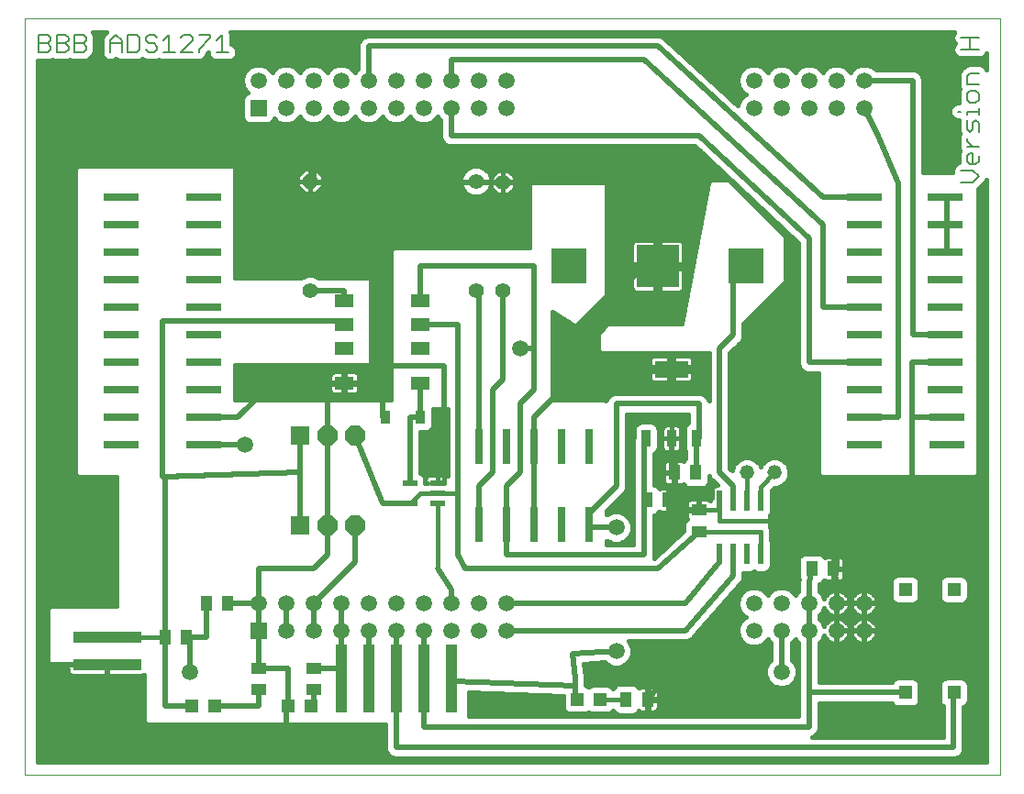
<source format=gtl>
G75*
%MOIN*%
%OFA0B0*%
%FSLAX25Y25*%
%IPPOS*%
%LPD*%
%AMOC8*
5,1,8,0,0,1.08239X$1,22.5*
%
%ADD10C,0.00000*%
%ADD11C,0.00600*%
%ADD12R,0.03300X0.06300*%
%ADD13R,0.12200X0.06300*%
%ADD14R,0.05512X0.04331*%
%ADD15R,0.04724X0.04724*%
%ADD16C,0.05200*%
%ADD17R,0.04331X0.05512*%
%ADD18R,0.07087X0.07087*%
%ADD19OC8,0.07087*%
%ADD20R,0.05937X0.05937*%
%ADD21C,0.05937*%
%ADD22R,0.12598X0.12598*%
%ADD23R,0.15354X0.15354*%
%ADD24R,0.12500X0.02500*%
%ADD25R,0.02500X0.12500*%
%ADD26R,0.02100X0.07800*%
%ADD27R,0.05000X0.05000*%
%ADD28R,0.04000X0.25000*%
%ADD29R,0.25000X0.04000*%
%ADD30C,0.05512*%
%ADD31OC8,0.05512*%
%ADD32R,0.03583X0.04803*%
%ADD33R,0.07087X0.04724*%
%ADD34R,0.05200X0.02200*%
%ADD35C,0.02000*%
%ADD36C,0.01600*%
%ADD37C,0.05906*%
D10*
X0016800Y0011800D02*
X0016800Y0286761D01*
X0371131Y0286761D01*
X0371131Y0011800D01*
X0016800Y0011800D01*
D11*
X0022100Y0274600D02*
X0025303Y0274600D01*
X0026370Y0275668D01*
X0026370Y0276735D01*
X0025303Y0277803D01*
X0022100Y0277803D01*
X0022100Y0281005D02*
X0025303Y0281005D01*
X0026370Y0279938D01*
X0026370Y0278870D01*
X0025303Y0277803D01*
X0028545Y0277803D02*
X0031748Y0277803D01*
X0032816Y0276735D01*
X0032816Y0275668D01*
X0031748Y0274600D01*
X0028545Y0274600D01*
X0028545Y0281005D01*
X0031748Y0281005D01*
X0032816Y0279938D01*
X0032816Y0278870D01*
X0031748Y0277803D01*
X0034991Y0277803D02*
X0038194Y0277803D01*
X0039261Y0276735D01*
X0039261Y0275668D01*
X0038194Y0274600D01*
X0034991Y0274600D01*
X0034991Y0281005D01*
X0038194Y0281005D01*
X0039261Y0279938D01*
X0039261Y0278870D01*
X0038194Y0277803D01*
X0047882Y0277803D02*
X0052152Y0277803D01*
X0052152Y0278870D02*
X0052152Y0274600D01*
X0054327Y0274600D02*
X0057530Y0274600D01*
X0058598Y0275668D01*
X0058598Y0279938D01*
X0057530Y0281005D01*
X0054327Y0281005D01*
X0054327Y0274600D01*
X0047882Y0274600D02*
X0047882Y0278870D01*
X0050017Y0281005D01*
X0052152Y0278870D01*
X0060773Y0278870D02*
X0061841Y0277803D01*
X0063976Y0277803D01*
X0065043Y0276735D01*
X0065043Y0275668D01*
X0063976Y0274600D01*
X0061841Y0274600D01*
X0060773Y0275668D01*
X0060773Y0278870D02*
X0060773Y0279938D01*
X0061841Y0281005D01*
X0063976Y0281005D01*
X0065043Y0279938D01*
X0067218Y0278870D02*
X0069354Y0281005D01*
X0069354Y0274600D01*
X0071489Y0274600D02*
X0067218Y0274600D01*
X0073664Y0274600D02*
X0077934Y0278870D01*
X0077934Y0279938D01*
X0076867Y0281005D01*
X0074732Y0281005D01*
X0073664Y0279938D01*
X0073664Y0274600D02*
X0077934Y0274600D01*
X0080109Y0274600D02*
X0080109Y0275668D01*
X0084380Y0279938D01*
X0084380Y0281005D01*
X0080109Y0281005D01*
X0086555Y0278870D02*
X0088690Y0281005D01*
X0088690Y0274600D01*
X0086555Y0274600D02*
X0090825Y0274600D01*
X0022100Y0274600D02*
X0022100Y0281005D01*
X0357095Y0279925D02*
X0363500Y0279925D01*
X0360297Y0279925D02*
X0360297Y0275654D01*
X0357095Y0275654D02*
X0363500Y0275654D01*
X0363500Y0267034D02*
X0360297Y0267034D01*
X0359230Y0265966D01*
X0359230Y0262763D01*
X0363500Y0262763D01*
X0362432Y0260588D02*
X0360297Y0260588D01*
X0359230Y0259521D01*
X0359230Y0257385D01*
X0360297Y0256318D01*
X0362432Y0256318D01*
X0363500Y0257385D01*
X0363500Y0259521D01*
X0362432Y0260588D01*
X0363500Y0254156D02*
X0363500Y0252021D01*
X0363500Y0253088D02*
X0359230Y0253088D01*
X0359230Y0252021D01*
X0359230Y0249846D02*
X0359230Y0246643D01*
X0360297Y0245575D01*
X0361365Y0246643D01*
X0361365Y0248778D01*
X0362432Y0249846D01*
X0363500Y0248778D01*
X0363500Y0245575D01*
X0359230Y0243407D02*
X0359230Y0242339D01*
X0361365Y0240204D01*
X0363500Y0240204D02*
X0359230Y0240204D01*
X0360297Y0238029D02*
X0361365Y0238029D01*
X0361365Y0233759D01*
X0362432Y0233759D02*
X0360297Y0233759D01*
X0359230Y0234826D01*
X0359230Y0236961D01*
X0360297Y0238029D01*
X0363500Y0236961D02*
X0363500Y0234826D01*
X0362432Y0233759D01*
X0361365Y0231583D02*
X0363500Y0229448D01*
X0361365Y0227313D01*
X0357095Y0227313D01*
X0357095Y0231583D02*
X0361365Y0231583D01*
X0357095Y0253088D02*
X0356027Y0253088D01*
D12*
X0260900Y0134200D03*
X0251800Y0134200D03*
X0242700Y0134200D03*
D13*
X0251800Y0159400D03*
D14*
X0261800Y0108237D03*
X0261800Y0100363D03*
X0121800Y0050737D03*
X0121800Y0042863D03*
X0101800Y0042863D03*
X0101800Y0050737D03*
D15*
X0112666Y0036800D03*
X0120934Y0036800D03*
X0085934Y0036800D03*
X0077666Y0036800D03*
X0217666Y0039300D03*
X0225934Y0039300D03*
D16*
X0279300Y0121800D03*
X0289300Y0121800D03*
D17*
X0260737Y0121800D03*
X0252863Y0121800D03*
X0250737Y0111800D03*
X0242863Y0111800D03*
X0302863Y0086800D03*
X0310737Y0086800D03*
X0243237Y0039300D03*
X0235363Y0039300D03*
X0090737Y0074300D03*
X0082863Y0074300D03*
X0075737Y0061800D03*
X0067863Y0061800D03*
D18*
X0116800Y0102706D03*
X0116800Y0135206D03*
D19*
X0126800Y0135206D03*
X0136800Y0135206D03*
X0136800Y0102706D03*
X0126800Y0102706D03*
D20*
X0101800Y0064300D03*
X0101800Y0254300D03*
D21*
X0111800Y0254300D03*
X0111800Y0264300D03*
X0101800Y0264300D03*
X0121800Y0264300D03*
X0131800Y0264300D03*
X0131800Y0254300D03*
X0121800Y0254300D03*
X0141800Y0254300D03*
X0141800Y0264300D03*
X0151800Y0264300D03*
X0161800Y0264300D03*
X0161800Y0254300D03*
X0151800Y0254300D03*
X0171800Y0254300D03*
X0181800Y0254300D03*
X0181800Y0264300D03*
X0171800Y0264300D03*
X0191800Y0264300D03*
X0191800Y0254300D03*
X0281800Y0254300D03*
X0281800Y0264300D03*
X0291800Y0264300D03*
X0301800Y0264300D03*
X0301800Y0254300D03*
X0291800Y0254300D03*
X0311800Y0254300D03*
X0321800Y0254300D03*
X0321800Y0264300D03*
X0311800Y0264300D03*
X0311800Y0074300D03*
X0321800Y0074300D03*
X0321800Y0064300D03*
X0311800Y0064300D03*
X0301800Y0064300D03*
X0291800Y0064300D03*
X0281800Y0064300D03*
X0281800Y0074300D03*
X0291800Y0074300D03*
X0301800Y0074300D03*
X0191800Y0074300D03*
X0181800Y0074300D03*
X0171800Y0074300D03*
X0161800Y0074300D03*
X0151800Y0074300D03*
X0141800Y0074300D03*
X0131800Y0074300D03*
X0121800Y0074300D03*
X0111800Y0074300D03*
X0101800Y0074300D03*
X0111800Y0064300D03*
X0121800Y0064300D03*
X0131800Y0064300D03*
X0141800Y0064300D03*
X0151800Y0064300D03*
X0161800Y0064300D03*
X0171800Y0064300D03*
X0181800Y0064300D03*
X0191800Y0064300D03*
D22*
X0214517Y0196800D03*
X0279083Y0196800D03*
D23*
X0246800Y0196800D03*
D24*
X0321800Y0191800D03*
X0321800Y0201800D03*
X0321800Y0211800D03*
X0321800Y0221800D03*
X0351300Y0221800D03*
X0351300Y0211800D03*
X0351300Y0201800D03*
X0351300Y0191800D03*
X0351300Y0181800D03*
X0351300Y0171800D03*
X0351300Y0161800D03*
X0351300Y0151800D03*
X0351800Y0141800D03*
X0351800Y0131800D03*
X0321800Y0131800D03*
X0321800Y0141800D03*
X0321800Y0151800D03*
X0321800Y0161800D03*
X0321800Y0171800D03*
X0321800Y0181800D03*
X0081800Y0181800D03*
X0081800Y0171800D03*
X0081800Y0161800D03*
X0081800Y0151800D03*
X0081800Y0141800D03*
X0081800Y0131800D03*
X0051800Y0131800D03*
X0051800Y0141800D03*
X0051800Y0151800D03*
X0051800Y0161800D03*
X0051800Y0171800D03*
X0051800Y0181800D03*
X0051800Y0191800D03*
X0051800Y0201800D03*
X0051800Y0211800D03*
X0051800Y0221800D03*
X0081800Y0221800D03*
X0081800Y0211800D03*
X0081800Y0201800D03*
X0081800Y0191800D03*
D25*
X0181800Y0131300D03*
X0191800Y0131300D03*
X0201800Y0131300D03*
X0211800Y0131300D03*
X0221800Y0131300D03*
X0221800Y0103050D03*
X0211800Y0103050D03*
X0201800Y0103050D03*
X0191800Y0103050D03*
X0181800Y0103050D03*
D26*
X0269300Y0111500D03*
X0274300Y0111500D03*
X0279300Y0111500D03*
X0284300Y0111500D03*
X0284300Y0092100D03*
X0279300Y0092100D03*
X0274300Y0092100D03*
X0269300Y0092100D03*
D27*
X0336800Y0079202D03*
X0354517Y0079202D03*
X0354517Y0041800D03*
X0336800Y0041800D03*
D28*
X0171800Y0046800D03*
X0161800Y0046800D03*
X0151800Y0046800D03*
X0141800Y0046800D03*
X0131800Y0046800D03*
D29*
X0046800Y0051800D03*
X0046800Y0061800D03*
D30*
X0120580Y0187902D03*
X0180816Y0187902D03*
X0190658Y0187902D03*
X0190658Y0227272D03*
X0180816Y0227666D03*
D31*
X0120580Y0227666D03*
D32*
X0147853Y0141800D03*
X0160747Y0141800D03*
D33*
X0160580Y0154339D03*
X0160580Y0166938D03*
X0160580Y0175599D03*
X0160580Y0184261D03*
X0133020Y0184261D03*
X0133020Y0175599D03*
X0133020Y0166938D03*
X0133020Y0154339D03*
D34*
X0156800Y0118000D03*
X0166800Y0118000D03*
X0166800Y0114300D03*
X0166800Y0110600D03*
X0156800Y0110600D03*
D35*
X0146800Y0110600D01*
X0136800Y0135206D01*
X0146800Y0141800D02*
X0146800Y0154339D01*
X0146800Y0160550D01*
X0169300Y0160550D01*
X0169300Y0132961D01*
X0160747Y0141800D02*
X0156800Y0141800D01*
X0156800Y0118000D01*
X0174300Y0114300D02*
X0174300Y0175599D01*
X0160580Y0175599D01*
X0160580Y0184261D02*
X0160580Y0196800D01*
X0196800Y0196800D01*
X0201800Y0196800D01*
X0201800Y0166800D01*
X0196800Y0166800D01*
X0201800Y0166800D02*
X0201800Y0151800D01*
X0196800Y0146800D01*
X0196800Y0121800D01*
X0191800Y0116800D01*
X0191800Y0103050D01*
X0191800Y0091800D01*
X0241800Y0091800D01*
X0241800Y0111800D01*
X0242863Y0111800D01*
X0241800Y0111800D02*
X0241800Y0133300D01*
X0242700Y0134200D01*
X0251800Y0134200D02*
X0251800Y0121800D01*
X0252863Y0121800D01*
X0252863Y0108237D01*
X0261800Y0108237D01*
X0261800Y0100363D02*
X0246800Y0086800D01*
X0176800Y0086800D01*
X0174300Y0091800D01*
X0174300Y0114300D01*
X0181800Y0116800D02*
X0181800Y0103050D01*
X0181800Y0116800D02*
X0186800Y0121800D01*
X0186800Y0151800D01*
X0190658Y0155658D01*
X0190658Y0187902D01*
X0181800Y0187902D02*
X0181800Y0131300D01*
X0201800Y0131300D02*
X0201800Y0103050D01*
X0221800Y0103050D02*
X0223050Y0101800D01*
X0231800Y0101800D01*
X0221800Y0103050D02*
X0221800Y0106800D01*
X0231800Y0116800D01*
X0231800Y0146800D01*
X0261800Y0146800D01*
X0261800Y0134200D01*
X0260900Y0134200D01*
X0260900Y0121800D01*
X0260737Y0121800D01*
X0269300Y0121800D02*
X0269300Y0166800D01*
X0274300Y0171800D01*
X0274300Y0196800D01*
X0279083Y0196800D01*
X0301800Y0206800D02*
X0301800Y0161800D01*
X0321800Y0161800D01*
X0326800Y0161800D01*
X0339300Y0161800D02*
X0339300Y0141800D01*
X0339300Y0104300D01*
X0311800Y0104300D01*
X0311800Y0086800D01*
X0310737Y0086800D01*
X0311800Y0081800D01*
X0311800Y0074300D01*
X0311800Y0064300D01*
X0321800Y0064300D01*
X0321800Y0074300D01*
X0301800Y0074300D02*
X0301800Y0064300D01*
X0301800Y0041800D01*
X0301800Y0029300D01*
X0161800Y0029300D01*
X0161800Y0046800D01*
X0161800Y0064300D01*
X0151800Y0064300D02*
X0151800Y0046800D01*
X0151800Y0021800D01*
X0354300Y0021800D01*
X0354300Y0041800D01*
X0354517Y0041800D01*
X0336800Y0041800D02*
X0301800Y0041800D01*
X0291800Y0049300D02*
X0291800Y0064300D01*
X0301800Y0074300D02*
X0301800Y0081800D01*
X0302863Y0086800D01*
X0294300Y0084300D02*
X0294300Y0104300D01*
X0311800Y0104300D01*
X0294300Y0084300D02*
X0280737Y0084300D01*
X0243237Y0039300D01*
X0231800Y0056800D02*
X0215934Y0055934D01*
X0216800Y0046800D01*
X0216800Y0044300D01*
X0216800Y0039300D01*
X0217666Y0039300D01*
X0216800Y0044300D02*
X0172666Y0045934D01*
X0171800Y0046800D01*
X0191800Y0064300D02*
X0256800Y0064300D01*
X0274300Y0084300D01*
X0274300Y0092100D01*
X0269300Y0092100D02*
X0269300Y0089300D01*
X0256800Y0074300D01*
X0191800Y0074300D01*
X0171800Y0074300D02*
X0171800Y0079300D01*
X0166800Y0086800D01*
X0136800Y0089300D02*
X0121800Y0074300D01*
X0121800Y0064300D01*
X0131800Y0064300D02*
X0131800Y0050737D01*
X0121800Y0050737D01*
X0131800Y0050737D02*
X0131800Y0046800D01*
X0121800Y0042863D02*
X0121800Y0036800D01*
X0120934Y0036800D01*
X0112666Y0036800D02*
X0112666Y0050737D01*
X0101800Y0050737D01*
X0101800Y0064300D01*
X0101800Y0074300D01*
X0101800Y0086800D01*
X0121800Y0086800D01*
X0126800Y0091800D01*
X0126800Y0102706D01*
X0126800Y0135206D01*
X0126800Y0154339D01*
X0133020Y0154339D01*
X0132981Y0154300D01*
X0106800Y0154300D01*
X0094300Y0141800D01*
X0081800Y0141800D01*
X0081800Y0131800D02*
X0096800Y0131800D01*
X0116800Y0135206D02*
X0116800Y0121800D01*
X0116800Y0102706D01*
X0136800Y0102706D02*
X0136800Y0089300D01*
X0131800Y0074300D02*
X0131800Y0064300D01*
X0141800Y0064300D02*
X0141800Y0046800D01*
X0111800Y0036800D02*
X0111800Y0016800D01*
X0046800Y0016800D01*
X0046800Y0051800D01*
X0021800Y0051800D01*
X0021800Y0241800D01*
X0121800Y0241800D01*
X0121800Y0227666D01*
X0120580Y0227666D01*
X0120973Y0227272D01*
X0146800Y0227272D01*
X0146800Y0160550D01*
X0146800Y0154339D02*
X0133020Y0154339D01*
X0145520Y0154300D01*
X0160580Y0154339D02*
X0160747Y0154339D01*
X0160747Y0141800D01*
X0147853Y0141800D02*
X0146800Y0141800D01*
X0116800Y0121800D02*
X0066800Y0120206D01*
X0066800Y0176800D01*
X0133020Y0176800D01*
X0133020Y0175599D01*
X0133020Y0184261D02*
X0133020Y0187902D01*
X0120580Y0187902D01*
X0146800Y0227272D02*
X0190658Y0227272D01*
X0246800Y0227272D01*
X0246800Y0196800D01*
X0241800Y0196800D01*
X0211800Y0166800D01*
X0211800Y0159400D01*
X0251800Y0159400D01*
X0211800Y0159400D02*
X0211800Y0151800D01*
X0201800Y0141800D01*
X0201800Y0131300D01*
X0181800Y0187902D02*
X0180816Y0187902D01*
X0171800Y0244300D02*
X0261800Y0244300D01*
X0301800Y0206800D01*
X0306800Y0211800D02*
X0306800Y0181800D01*
X0321800Y0181800D01*
X0339517Y0171800D02*
X0339517Y0264300D01*
X0321800Y0264300D01*
X0321800Y0254300D02*
X0326800Y0244300D01*
X0334300Y0226800D01*
X0334300Y0141800D01*
X0321800Y0141800D01*
X0339300Y0141800D02*
X0351800Y0141800D01*
X0351300Y0161800D02*
X0339300Y0161800D01*
X0339517Y0171800D02*
X0351300Y0171800D01*
X0351300Y0201800D02*
X0351800Y0201800D01*
X0351800Y0211800D01*
X0351800Y0221800D01*
X0351300Y0221800D01*
X0351300Y0211800D02*
X0351800Y0211800D01*
X0321800Y0221800D02*
X0306800Y0221800D01*
X0246800Y0276800D01*
X0141800Y0276800D01*
X0141800Y0264300D01*
X0171800Y0264300D02*
X0171800Y0271800D01*
X0241800Y0271800D01*
X0306800Y0211800D01*
X0269300Y0121800D02*
X0274300Y0116800D01*
X0274300Y0111500D01*
X0339300Y0104300D02*
X0361800Y0104300D01*
X0361800Y0016800D01*
X0111800Y0016800D01*
X0101800Y0036800D02*
X0085934Y0036800D01*
X0077666Y0036800D02*
X0067863Y0036800D01*
X0067863Y0061800D01*
X0067863Y0120206D01*
X0116800Y0121800D01*
X0067863Y0095894D02*
X0067863Y0061800D01*
X0075737Y0061800D02*
X0076800Y0061800D01*
X0076800Y0049300D01*
X0075737Y0061800D02*
X0082863Y0061800D01*
X0082863Y0074300D01*
X0090737Y0074300D02*
X0101800Y0074300D01*
X0111800Y0074300D02*
X0111800Y0064300D01*
X0101800Y0042863D02*
X0101800Y0036800D01*
X0171800Y0244300D02*
X0171800Y0254300D01*
D36*
X0167964Y0249978D02*
X0165636Y0249978D01*
X0165068Y0249410D02*
X0166690Y0251032D01*
X0166800Y0251297D01*
X0166910Y0251032D01*
X0168000Y0249942D01*
X0168000Y0243544D01*
X0168579Y0242147D01*
X0169647Y0241079D01*
X0171044Y0240500D01*
X0260297Y0240500D01*
X0298000Y0205154D01*
X0298000Y0161044D01*
X0298579Y0159647D01*
X0299647Y0158579D01*
X0301044Y0158000D01*
X0305200Y0158000D01*
X0305200Y0121137D01*
X0306137Y0120200D01*
X0362463Y0120200D01*
X0363400Y0121137D01*
X0363400Y0224964D01*
X0365256Y0226820D01*
X0366128Y0227692D01*
X0366331Y0228182D01*
X0366331Y0016600D01*
X0021600Y0016600D01*
X0021600Y0271500D01*
X0025919Y0271500D01*
X0026405Y0271701D01*
X0026924Y0271916D01*
X0027929Y0271500D01*
X0032365Y0271500D01*
X0032850Y0271701D01*
X0033370Y0271916D01*
X0034374Y0271500D01*
X0038810Y0271500D01*
X0039296Y0271701D01*
X0039950Y0271972D01*
X0039980Y0272002D01*
X0041017Y0273040D01*
X0041017Y0273040D01*
X0041859Y0273882D01*
X0041889Y0273912D01*
X0042081Y0274374D01*
X0042361Y0275051D01*
X0042361Y0277352D01*
X0042174Y0277803D01*
X0042361Y0278254D01*
X0042361Y0280555D01*
X0042089Y0281212D01*
X0041889Y0281694D01*
X0041623Y0281961D01*
X0046588Y0281961D01*
X0045254Y0280626D01*
X0044782Y0279487D01*
X0044782Y0273983D01*
X0045254Y0272844D01*
X0046126Y0271972D01*
X0047265Y0271500D01*
X0048499Y0271500D01*
X0049638Y0271972D01*
X0050017Y0272351D01*
X0050396Y0271972D01*
X0051536Y0271500D01*
X0052769Y0271500D01*
X0053240Y0271695D01*
X0053711Y0271500D01*
X0058147Y0271500D01*
X0058605Y0271690D01*
X0059286Y0271972D01*
X0059685Y0272371D01*
X0060085Y0271972D01*
X0061224Y0271500D01*
X0064592Y0271500D01*
X0065078Y0271701D01*
X0065597Y0271916D01*
X0066602Y0271500D01*
X0072105Y0271500D01*
X0072576Y0271695D01*
X0073047Y0271500D01*
X0078551Y0271500D01*
X0079022Y0271695D01*
X0079493Y0271500D01*
X0080726Y0271500D01*
X0081865Y0271972D01*
X0082738Y0272844D01*
X0083209Y0273983D01*
X0083209Y0274384D01*
X0083455Y0274629D01*
X0083455Y0273983D01*
X0083927Y0272844D01*
X0084799Y0271972D01*
X0085938Y0271500D01*
X0091442Y0271500D01*
X0092581Y0271972D01*
X0093453Y0272844D01*
X0093925Y0273983D01*
X0093925Y0275217D01*
X0093453Y0276356D01*
X0092581Y0277228D01*
X0091790Y0277556D01*
X0091790Y0281622D01*
X0091650Y0281961D01*
X0354746Y0281961D01*
X0354466Y0281681D01*
X0353995Y0280541D01*
X0353995Y0279308D01*
X0354466Y0278169D01*
X0354846Y0277790D01*
X0354466Y0277410D01*
X0353995Y0276271D01*
X0353995Y0275038D01*
X0354466Y0273898D01*
X0355339Y0273026D01*
X0356478Y0272554D01*
X0364117Y0272554D01*
X0365256Y0273026D01*
X0366128Y0273898D01*
X0366331Y0274388D01*
X0366331Y0268300D01*
X0366128Y0268790D01*
X0365256Y0269662D01*
X0364117Y0270134D01*
X0359681Y0270134D01*
X0358541Y0269662D01*
X0357669Y0268790D01*
X0356602Y0267722D01*
X0356130Y0266583D01*
X0356130Y0262147D01*
X0356546Y0261142D01*
X0356130Y0260137D01*
X0356130Y0256769D01*
X0356370Y0256188D01*
X0355410Y0256188D01*
X0354271Y0255717D01*
X0353399Y0254844D01*
X0352927Y0253705D01*
X0352927Y0252472D01*
X0353399Y0251332D01*
X0354271Y0250460D01*
X0355410Y0249988D01*
X0356130Y0249988D01*
X0356130Y0246026D01*
X0356402Y0245368D01*
X0356544Y0245025D01*
X0356130Y0244024D01*
X0356130Y0241723D01*
X0356316Y0241272D01*
X0356130Y0240821D01*
X0356130Y0239588D01*
X0356546Y0238583D01*
X0356130Y0237578D01*
X0356130Y0234539D01*
X0355339Y0234212D01*
X0354466Y0233339D01*
X0353995Y0232200D01*
X0353995Y0230967D01*
X0354022Y0230900D01*
X0343317Y0230900D01*
X0343317Y0265056D01*
X0342738Y0266453D01*
X0341669Y0267521D01*
X0340272Y0268100D01*
X0326158Y0268100D01*
X0325068Y0269190D01*
X0322947Y0270068D01*
X0320653Y0270068D01*
X0318532Y0269190D01*
X0316910Y0267568D01*
X0316800Y0267303D01*
X0316690Y0267568D01*
X0315068Y0269190D01*
X0312947Y0270068D01*
X0310653Y0270068D01*
X0308532Y0269190D01*
X0306910Y0267568D01*
X0306800Y0267303D01*
X0306690Y0267568D01*
X0305068Y0269190D01*
X0302947Y0270068D01*
X0300653Y0270068D01*
X0298532Y0269190D01*
X0296910Y0267568D01*
X0296800Y0267303D01*
X0296690Y0267568D01*
X0295068Y0269190D01*
X0292947Y0270068D01*
X0290653Y0270068D01*
X0288532Y0269190D01*
X0286910Y0267568D01*
X0286800Y0267303D01*
X0286690Y0267568D01*
X0285068Y0269190D01*
X0282947Y0270068D01*
X0280653Y0270068D01*
X0278532Y0269190D01*
X0276910Y0267568D01*
X0276031Y0265447D01*
X0276031Y0263153D01*
X0276910Y0261032D01*
X0278532Y0259410D01*
X0278797Y0259300D01*
X0278532Y0259190D01*
X0276910Y0257568D01*
X0276031Y0255447D01*
X0276031Y0255159D01*
X0249429Y0279545D01*
X0248953Y0280021D01*
X0248874Y0280054D01*
X0248811Y0280112D01*
X0248178Y0280342D01*
X0247556Y0280600D01*
X0247470Y0280600D01*
X0247390Y0280629D01*
X0246717Y0280600D01*
X0141044Y0280600D01*
X0139647Y0280021D01*
X0138579Y0278953D01*
X0138000Y0277556D01*
X0138000Y0268658D01*
X0136910Y0267568D01*
X0136800Y0267303D01*
X0136690Y0267568D01*
X0135068Y0269190D01*
X0132947Y0270068D01*
X0130653Y0270068D01*
X0128532Y0269190D01*
X0126910Y0267568D01*
X0126800Y0267303D01*
X0126690Y0267568D01*
X0125068Y0269190D01*
X0122947Y0270068D01*
X0120653Y0270068D01*
X0118532Y0269190D01*
X0116910Y0267568D01*
X0116800Y0267303D01*
X0116690Y0267568D01*
X0115068Y0269190D01*
X0112947Y0270068D01*
X0110653Y0270068D01*
X0108532Y0269190D01*
X0106910Y0267568D01*
X0106800Y0267303D01*
X0106690Y0267568D01*
X0105068Y0269190D01*
X0102947Y0270068D01*
X0100653Y0270068D01*
X0098532Y0269190D01*
X0096910Y0267568D01*
X0096031Y0265447D01*
X0096031Y0263153D01*
X0096910Y0261032D01*
X0097991Y0259951D01*
X0097245Y0259642D01*
X0096458Y0258855D01*
X0096031Y0257825D01*
X0096031Y0250775D01*
X0096458Y0249745D01*
X0097245Y0248958D01*
X0098275Y0248531D01*
X0105325Y0248531D01*
X0106355Y0248958D01*
X0107142Y0249745D01*
X0107451Y0250491D01*
X0108532Y0249410D01*
X0110653Y0248531D01*
X0112947Y0248531D01*
X0115068Y0249410D01*
X0116690Y0251032D01*
X0116800Y0251297D01*
X0116910Y0251032D01*
X0118532Y0249410D01*
X0120653Y0248531D01*
X0122947Y0248531D01*
X0125068Y0249410D01*
X0126690Y0251032D01*
X0126800Y0251297D01*
X0126910Y0251032D01*
X0128532Y0249410D01*
X0130653Y0248531D01*
X0132947Y0248531D01*
X0135068Y0249410D01*
X0136690Y0251032D01*
X0136800Y0251297D01*
X0136910Y0251032D01*
X0138532Y0249410D01*
X0140653Y0248531D01*
X0142947Y0248531D01*
X0145068Y0249410D01*
X0146690Y0251032D01*
X0146800Y0251297D01*
X0146910Y0251032D01*
X0148532Y0249410D01*
X0150653Y0248531D01*
X0152947Y0248531D01*
X0155068Y0249410D01*
X0156690Y0251032D01*
X0156800Y0251297D01*
X0156910Y0251032D01*
X0158532Y0249410D01*
X0160653Y0248531D01*
X0162947Y0248531D01*
X0165068Y0249410D01*
X0168000Y0248380D02*
X0021600Y0248380D01*
X0021600Y0249978D02*
X0096361Y0249978D01*
X0096031Y0251577D02*
X0021600Y0251577D01*
X0021600Y0253175D02*
X0096031Y0253175D01*
X0096031Y0254774D02*
X0021600Y0254774D01*
X0021600Y0256372D02*
X0096031Y0256372D01*
X0096092Y0257971D02*
X0021600Y0257971D01*
X0021600Y0259569D02*
X0097172Y0259569D01*
X0096854Y0261168D02*
X0021600Y0261168D01*
X0021600Y0262766D02*
X0096191Y0262766D01*
X0096031Y0264365D02*
X0021600Y0264365D01*
X0021600Y0265963D02*
X0096245Y0265963D01*
X0096907Y0267562D02*
X0021600Y0267562D01*
X0021600Y0269160D02*
X0098502Y0269160D01*
X0093914Y0273956D02*
X0138000Y0273956D01*
X0138000Y0275554D02*
X0093785Y0275554D01*
X0092656Y0277153D02*
X0138000Y0277153D01*
X0138495Y0278751D02*
X0091790Y0278751D01*
X0091790Y0280350D02*
X0140440Y0280350D01*
X0138000Y0272357D02*
X0092967Y0272357D01*
X0084414Y0272357D02*
X0082251Y0272357D01*
X0083198Y0273956D02*
X0083466Y0273956D01*
X0091655Y0281948D02*
X0354734Y0281948D01*
X0353995Y0280350D02*
X0248160Y0280350D01*
X0250295Y0278751D02*
X0354225Y0278751D01*
X0354360Y0277153D02*
X0252039Y0277153D01*
X0253782Y0275554D02*
X0353995Y0275554D01*
X0354443Y0273956D02*
X0255526Y0273956D01*
X0257270Y0272357D02*
X0366331Y0272357D01*
X0366331Y0270759D02*
X0259014Y0270759D01*
X0260758Y0269160D02*
X0278502Y0269160D01*
X0276907Y0267562D02*
X0262502Y0267562D01*
X0264245Y0265963D02*
X0276245Y0265963D01*
X0276031Y0264365D02*
X0265989Y0264365D01*
X0267733Y0262766D02*
X0276191Y0262766D01*
X0276854Y0261168D02*
X0269477Y0261168D01*
X0271221Y0259569D02*
X0278373Y0259569D01*
X0277313Y0257971D02*
X0272965Y0257971D01*
X0274708Y0256372D02*
X0276415Y0256372D01*
X0286693Y0267562D02*
X0286907Y0267562D01*
X0288502Y0269160D02*
X0285098Y0269160D01*
X0295098Y0269160D02*
X0298502Y0269160D01*
X0296907Y0267562D02*
X0296693Y0267562D01*
X0305098Y0269160D02*
X0308502Y0269160D01*
X0306907Y0267562D02*
X0306693Y0267562D01*
X0315098Y0269160D02*
X0318502Y0269160D01*
X0316907Y0267562D02*
X0316693Y0267562D01*
X0325098Y0269160D02*
X0358040Y0269160D01*
X0356535Y0267562D02*
X0341572Y0267562D01*
X0342941Y0265963D02*
X0356130Y0265963D01*
X0356130Y0264365D02*
X0343317Y0264365D01*
X0343317Y0262766D02*
X0356130Y0262766D01*
X0356535Y0261168D02*
X0343317Y0261168D01*
X0343317Y0259569D02*
X0356130Y0259569D01*
X0356130Y0257971D02*
X0343317Y0257971D01*
X0343317Y0256372D02*
X0356294Y0256372D01*
X0353370Y0254774D02*
X0343317Y0254774D01*
X0343317Y0253175D02*
X0352927Y0253175D01*
X0353298Y0251577D02*
X0343317Y0251577D01*
X0343317Y0249978D02*
X0356130Y0249978D01*
X0356130Y0248380D02*
X0343317Y0248380D01*
X0343317Y0246781D02*
X0356130Y0246781D01*
X0356479Y0245183D02*
X0343317Y0245183D01*
X0343317Y0243584D02*
X0356130Y0243584D01*
X0356130Y0241986D02*
X0343317Y0241986D01*
X0343317Y0240387D02*
X0356130Y0240387D01*
X0356461Y0238789D02*
X0343317Y0238789D01*
X0343317Y0237190D02*
X0356130Y0237190D01*
X0356130Y0235592D02*
X0343317Y0235592D01*
X0343317Y0233993D02*
X0355120Y0233993D01*
X0354075Y0232395D02*
X0343317Y0232395D01*
X0363400Y0224402D02*
X0366331Y0224402D01*
X0366331Y0222803D02*
X0363400Y0222803D01*
X0363400Y0221205D02*
X0366331Y0221205D01*
X0366331Y0219606D02*
X0363400Y0219606D01*
X0363400Y0218008D02*
X0366331Y0218008D01*
X0366331Y0216409D02*
X0363400Y0216409D01*
X0363400Y0214811D02*
X0366331Y0214811D01*
X0366331Y0213212D02*
X0363400Y0213212D01*
X0363400Y0211614D02*
X0366331Y0211614D01*
X0366331Y0210015D02*
X0363400Y0210015D01*
X0363400Y0208417D02*
X0366331Y0208417D01*
X0366331Y0206818D02*
X0363400Y0206818D01*
X0363400Y0205220D02*
X0366331Y0205220D01*
X0366331Y0203621D02*
X0363400Y0203621D01*
X0363400Y0202023D02*
X0366331Y0202023D01*
X0366331Y0200424D02*
X0363400Y0200424D01*
X0363400Y0198826D02*
X0366331Y0198826D01*
X0366331Y0197227D02*
X0363400Y0197227D01*
X0363400Y0195629D02*
X0366331Y0195629D01*
X0366331Y0194030D02*
X0363400Y0194030D01*
X0363400Y0192432D02*
X0366331Y0192432D01*
X0366331Y0190833D02*
X0363400Y0190833D01*
X0363400Y0189235D02*
X0366331Y0189235D01*
X0366331Y0187636D02*
X0363400Y0187636D01*
X0363400Y0186038D02*
X0366331Y0186038D01*
X0366331Y0184439D02*
X0363400Y0184439D01*
X0363400Y0182841D02*
X0366331Y0182841D01*
X0366331Y0181242D02*
X0363400Y0181242D01*
X0363400Y0179644D02*
X0366331Y0179644D01*
X0366331Y0178045D02*
X0363400Y0178045D01*
X0363400Y0176447D02*
X0366331Y0176447D01*
X0366331Y0174848D02*
X0363400Y0174848D01*
X0363400Y0173250D02*
X0366331Y0173250D01*
X0366331Y0171651D02*
X0363400Y0171651D01*
X0363400Y0170053D02*
X0366331Y0170053D01*
X0366331Y0168454D02*
X0363400Y0168454D01*
X0363400Y0166856D02*
X0366331Y0166856D01*
X0366331Y0165257D02*
X0363400Y0165257D01*
X0363400Y0163659D02*
X0366331Y0163659D01*
X0366331Y0162060D02*
X0363400Y0162060D01*
X0363400Y0160462D02*
X0366331Y0160462D01*
X0366331Y0158863D02*
X0363400Y0158863D01*
X0363400Y0157265D02*
X0366331Y0157265D01*
X0366331Y0155666D02*
X0363400Y0155666D01*
X0363400Y0154068D02*
X0366331Y0154068D01*
X0366331Y0152469D02*
X0363400Y0152469D01*
X0363400Y0150870D02*
X0366331Y0150870D01*
X0366331Y0149272D02*
X0363400Y0149272D01*
X0363400Y0147673D02*
X0366331Y0147673D01*
X0366331Y0146075D02*
X0363400Y0146075D01*
X0363400Y0144476D02*
X0366331Y0144476D01*
X0366331Y0142878D02*
X0363400Y0142878D01*
X0363400Y0141279D02*
X0366331Y0141279D01*
X0366331Y0139681D02*
X0363400Y0139681D01*
X0363400Y0138082D02*
X0366331Y0138082D01*
X0366331Y0136484D02*
X0363400Y0136484D01*
X0363400Y0134885D02*
X0366331Y0134885D01*
X0366331Y0133287D02*
X0363400Y0133287D01*
X0363400Y0131688D02*
X0366331Y0131688D01*
X0366331Y0130090D02*
X0363400Y0130090D01*
X0363400Y0128491D02*
X0366331Y0128491D01*
X0366331Y0126893D02*
X0363400Y0126893D01*
X0363400Y0125294D02*
X0366331Y0125294D01*
X0366331Y0123696D02*
X0363400Y0123696D01*
X0363400Y0122097D02*
X0366331Y0122097D01*
X0366331Y0120499D02*
X0362762Y0120499D01*
X0366331Y0118900D02*
X0293944Y0118900D01*
X0293878Y0118741D02*
X0294700Y0120726D01*
X0294700Y0122874D01*
X0293878Y0124859D01*
X0292359Y0126378D01*
X0290374Y0127200D01*
X0288226Y0127200D01*
X0286241Y0126378D01*
X0284722Y0124859D01*
X0284300Y0123840D01*
X0283878Y0124859D01*
X0282359Y0126378D01*
X0280374Y0127200D01*
X0278226Y0127200D01*
X0276241Y0126378D01*
X0274722Y0124859D01*
X0273900Y0122874D01*
X0273900Y0122574D01*
X0273100Y0123374D01*
X0273100Y0165226D01*
X0276453Y0168579D01*
X0277521Y0169647D01*
X0278100Y0171044D01*
X0278100Y0175837D01*
X0293400Y0191137D01*
X0293400Y0207463D01*
X0272463Y0228400D01*
X0266951Y0228400D01*
X0266448Y0228496D01*
X0266308Y0228400D01*
X0266137Y0228400D01*
X0265775Y0228038D01*
X0265352Y0227750D01*
X0265320Y0227583D01*
X0265200Y0227463D01*
X0265200Y0226951D01*
X0255476Y0175900D01*
X0228637Y0175900D01*
X0227700Y0174963D01*
X0226137Y0173400D01*
X0225200Y0172463D01*
X0225200Y0166137D01*
X0226137Y0165200D01*
X0265500Y0165200D01*
X0265500Y0147797D01*
X0265021Y0148953D01*
X0263953Y0150021D01*
X0262556Y0150600D01*
X0231044Y0150600D01*
X0229647Y0150021D01*
X0228579Y0148953D01*
X0228090Y0147773D01*
X0227463Y0148400D01*
X0208600Y0148400D01*
X0208600Y0180344D01*
X0215781Y0175557D01*
X0216137Y0175200D01*
X0216316Y0175200D01*
X0216464Y0175101D01*
X0216958Y0175200D01*
X0217463Y0175200D01*
X0217589Y0175326D01*
X0217764Y0175361D01*
X0218043Y0175781D01*
X0228400Y0186137D01*
X0228400Y0227463D01*
X0227463Y0228400D01*
X0201137Y0228400D01*
X0200200Y0227463D01*
X0200200Y0203600D01*
X0151054Y0203600D01*
X0150000Y0202546D01*
X0150000Y0148400D01*
X0093400Y0148400D01*
X0093400Y0161000D01*
X0142131Y0161000D01*
X0142600Y0161469D01*
X0142600Y0192131D01*
X0142131Y0192600D01*
X0123739Y0192600D01*
X0123727Y0192612D01*
X0121685Y0193458D01*
X0119474Y0193458D01*
X0117432Y0192612D01*
X0117420Y0192600D01*
X0093400Y0192600D01*
X0093400Y0232463D01*
X0092463Y0233400D01*
X0036137Y0233400D01*
X0035200Y0232463D01*
X0035200Y0121137D01*
X0036137Y0120200D01*
X0050200Y0120200D01*
X0050200Y0073400D01*
X0026137Y0073400D01*
X0025200Y0072463D01*
X0025200Y0051137D01*
X0026137Y0050200D01*
X0032500Y0050200D01*
X0032500Y0049563D01*
X0032623Y0049105D01*
X0032860Y0048695D01*
X0033195Y0048360D01*
X0033605Y0048123D01*
X0034063Y0048000D01*
X0046600Y0048000D01*
X0046600Y0050200D01*
X0047000Y0050200D01*
X0047000Y0048000D01*
X0059537Y0048000D01*
X0059995Y0048123D01*
X0060200Y0048241D01*
X0060200Y0031137D01*
X0061137Y0030200D01*
X0148000Y0030200D01*
X0148000Y0021044D01*
X0148579Y0019647D01*
X0149647Y0018579D01*
X0151044Y0018000D01*
X0355056Y0018000D01*
X0356453Y0018579D01*
X0357521Y0019647D01*
X0358100Y0021044D01*
X0358100Y0036718D01*
X0358603Y0036926D01*
X0359390Y0037714D01*
X0359817Y0038743D01*
X0359817Y0044857D01*
X0359390Y0045886D01*
X0358603Y0046674D01*
X0357573Y0047100D01*
X0351460Y0047100D01*
X0350430Y0046674D01*
X0349643Y0045886D01*
X0349217Y0044857D01*
X0349217Y0038743D01*
X0349643Y0037714D01*
X0350430Y0036926D01*
X0350500Y0036897D01*
X0350500Y0025600D01*
X0302797Y0025600D01*
X0303953Y0026079D01*
X0305021Y0027147D01*
X0305600Y0028544D01*
X0305600Y0038000D01*
X0331808Y0038000D01*
X0331926Y0037714D01*
X0332714Y0036926D01*
X0333743Y0036500D01*
X0339857Y0036500D01*
X0340886Y0036926D01*
X0341674Y0037714D01*
X0342100Y0038743D01*
X0342100Y0044857D01*
X0341674Y0045886D01*
X0340886Y0046674D01*
X0339857Y0047100D01*
X0333743Y0047100D01*
X0332714Y0046674D01*
X0331926Y0045886D01*
X0331808Y0045600D01*
X0305600Y0045600D01*
X0305600Y0059942D01*
X0306690Y0061032D01*
X0307339Y0062598D01*
X0307381Y0062470D01*
X0307722Y0061801D01*
X0308163Y0061194D01*
X0308694Y0060663D01*
X0309301Y0060222D01*
X0309970Y0059881D01*
X0310683Y0059649D01*
X0311425Y0059531D01*
X0311616Y0059531D01*
X0311616Y0064116D01*
X0311984Y0064116D01*
X0311984Y0059531D01*
X0312175Y0059531D01*
X0312917Y0059649D01*
X0313630Y0059881D01*
X0314299Y0060222D01*
X0314906Y0060663D01*
X0315437Y0061194D01*
X0315878Y0061801D01*
X0316219Y0062470D01*
X0316451Y0063183D01*
X0316568Y0063925D01*
X0316568Y0064116D01*
X0311984Y0064116D01*
X0311984Y0064484D01*
X0311616Y0064484D01*
X0311616Y0069068D01*
X0311425Y0069068D01*
X0310683Y0068951D01*
X0309970Y0068719D01*
X0309301Y0068378D01*
X0308694Y0067937D01*
X0308163Y0067406D01*
X0307722Y0066799D01*
X0307381Y0066130D01*
X0307339Y0066002D01*
X0306690Y0067568D01*
X0305600Y0068658D01*
X0305600Y0069942D01*
X0306690Y0071032D01*
X0307339Y0072598D01*
X0307381Y0072470D01*
X0307722Y0071801D01*
X0308163Y0071194D01*
X0308694Y0070663D01*
X0309301Y0070222D01*
X0309970Y0069881D01*
X0310683Y0069649D01*
X0311425Y0069531D01*
X0311616Y0069531D01*
X0311616Y0074116D01*
X0311984Y0074116D01*
X0311984Y0069531D01*
X0312175Y0069531D01*
X0312917Y0069649D01*
X0313630Y0069881D01*
X0314299Y0070222D01*
X0314906Y0070663D01*
X0315437Y0071194D01*
X0315878Y0071801D01*
X0316219Y0072470D01*
X0316451Y0073183D01*
X0316568Y0073925D01*
X0316568Y0074116D01*
X0311984Y0074116D01*
X0311984Y0074484D01*
X0311616Y0074484D01*
X0311616Y0079068D01*
X0311425Y0079068D01*
X0310683Y0078951D01*
X0309970Y0078719D01*
X0309301Y0078378D01*
X0308694Y0077937D01*
X0308163Y0077406D01*
X0307722Y0076799D01*
X0307381Y0076130D01*
X0307339Y0076002D01*
X0306690Y0077568D01*
X0305600Y0078658D01*
X0305600Y0081250D01*
X0306614Y0081670D01*
X0307402Y0082458D01*
X0307464Y0082607D01*
X0307466Y0082604D01*
X0307877Y0082367D01*
X0308335Y0082244D01*
X0310454Y0082244D01*
X0310454Y0086517D01*
X0311020Y0086517D01*
X0311020Y0087083D01*
X0310454Y0087083D01*
X0310454Y0091356D01*
X0308335Y0091356D01*
X0307877Y0091233D01*
X0307466Y0090996D01*
X0307464Y0090993D01*
X0307402Y0091142D01*
X0306614Y0091930D01*
X0305585Y0092356D01*
X0300141Y0092356D01*
X0299112Y0091930D01*
X0298324Y0091142D01*
X0297898Y0090113D01*
X0297898Y0083487D01*
X0298142Y0082898D01*
X0298000Y0082556D01*
X0298000Y0082199D01*
X0297926Y0081851D01*
X0298000Y0081451D01*
X0298000Y0078658D01*
X0296910Y0077568D01*
X0296800Y0077303D01*
X0296690Y0077568D01*
X0295068Y0079190D01*
X0292947Y0080068D01*
X0290653Y0080068D01*
X0288532Y0079190D01*
X0286910Y0077568D01*
X0286800Y0077303D01*
X0286690Y0077568D01*
X0285068Y0079190D01*
X0282947Y0080068D01*
X0280653Y0080068D01*
X0278532Y0079190D01*
X0276910Y0077568D01*
X0276031Y0075447D01*
X0276031Y0073153D01*
X0276910Y0071032D01*
X0278532Y0069410D01*
X0278797Y0069300D01*
X0278532Y0069190D01*
X0276910Y0067568D01*
X0276031Y0065447D01*
X0276031Y0063153D01*
X0276910Y0061032D01*
X0278532Y0059410D01*
X0280653Y0058531D01*
X0282947Y0058531D01*
X0285068Y0059410D01*
X0286690Y0061032D01*
X0286800Y0061297D01*
X0286910Y0061032D01*
X0288000Y0059942D01*
X0288000Y0053636D01*
X0286923Y0052559D01*
X0286047Y0050444D01*
X0286047Y0048156D01*
X0286923Y0046041D01*
X0288541Y0044423D01*
X0290656Y0043547D01*
X0292944Y0043547D01*
X0295059Y0044423D01*
X0296677Y0046041D01*
X0297553Y0048156D01*
X0297553Y0050444D01*
X0296677Y0052559D01*
X0295600Y0053636D01*
X0295600Y0059942D01*
X0296690Y0061032D01*
X0296800Y0061297D01*
X0296910Y0061032D01*
X0298000Y0059942D01*
X0298000Y0033100D01*
X0178400Y0033100D01*
X0178400Y0041919D01*
X0212504Y0040656D01*
X0212504Y0036381D01*
X0212930Y0035352D01*
X0213718Y0034564D01*
X0214747Y0034138D01*
X0220585Y0034138D01*
X0221614Y0034564D01*
X0221800Y0034750D01*
X0221986Y0034564D01*
X0223015Y0034138D01*
X0228853Y0034138D01*
X0229882Y0034564D01*
X0230663Y0035345D01*
X0230824Y0034958D01*
X0231612Y0034170D01*
X0232641Y0033744D01*
X0238085Y0033744D01*
X0239114Y0034170D01*
X0239902Y0034958D01*
X0239964Y0035107D01*
X0239966Y0035104D01*
X0240377Y0034867D01*
X0240835Y0034744D01*
X0242954Y0034744D01*
X0242954Y0039017D01*
X0243520Y0039017D01*
X0243520Y0039583D01*
X0242954Y0039583D01*
X0242954Y0043856D01*
X0240835Y0043856D01*
X0240377Y0043733D01*
X0239966Y0043496D01*
X0239964Y0043493D01*
X0239902Y0043642D01*
X0239114Y0044430D01*
X0238085Y0044856D01*
X0232641Y0044856D01*
X0231612Y0044430D01*
X0230824Y0043642D01*
X0230663Y0043255D01*
X0229882Y0044036D01*
X0228853Y0044462D01*
X0223015Y0044462D01*
X0221986Y0044036D01*
X0221800Y0043850D01*
X0221614Y0044036D01*
X0220608Y0044453D01*
X0220625Y0044915D01*
X0220600Y0044983D01*
X0220600Y0046229D01*
X0220654Y0046406D01*
X0220600Y0046980D01*
X0220600Y0047556D01*
X0220529Y0047727D01*
X0220090Y0052355D01*
X0227694Y0052770D01*
X0228541Y0051923D01*
X0230656Y0051047D01*
X0232944Y0051047D01*
X0235059Y0051923D01*
X0236677Y0053541D01*
X0237553Y0055656D01*
X0237553Y0057944D01*
X0236677Y0060059D01*
X0236236Y0060500D01*
X0256175Y0060500D01*
X0256299Y0060458D01*
X0256927Y0060500D01*
X0257556Y0060500D01*
X0257677Y0060550D01*
X0257807Y0060559D01*
X0258371Y0060838D01*
X0258953Y0061079D01*
X0259045Y0061171D01*
X0259162Y0061229D01*
X0259577Y0061703D01*
X0260021Y0062147D01*
X0260071Y0062268D01*
X0277076Y0081702D01*
X0277521Y0082147D01*
X0277571Y0082268D01*
X0277658Y0082367D01*
X0277859Y0082963D01*
X0278100Y0083544D01*
X0278100Y0083675D01*
X0278142Y0083799D01*
X0278100Y0084427D01*
X0278100Y0085400D01*
X0280907Y0085400D01*
X0281800Y0085770D01*
X0282693Y0085400D01*
X0285907Y0085400D01*
X0286936Y0085826D01*
X0287724Y0086614D01*
X0288150Y0087643D01*
X0288150Y0096557D01*
X0287900Y0097161D01*
X0287900Y0101079D01*
X0287600Y0101803D01*
X0287600Y0105890D01*
X0287724Y0106014D01*
X0288150Y0107043D01*
X0288150Y0115335D01*
X0289155Y0116400D01*
X0290374Y0116400D01*
X0292359Y0117222D01*
X0293878Y0118741D01*
X0294606Y0120499D02*
X0305838Y0120499D01*
X0305200Y0122097D02*
X0294700Y0122097D01*
X0294360Y0123696D02*
X0305200Y0123696D01*
X0305200Y0125294D02*
X0293442Y0125294D01*
X0291116Y0126893D02*
X0305200Y0126893D01*
X0305200Y0128491D02*
X0273100Y0128491D01*
X0273100Y0126893D02*
X0277484Y0126893D01*
X0275158Y0125294D02*
X0273100Y0125294D01*
X0273100Y0123696D02*
X0274240Y0123696D01*
X0279300Y0121800D02*
X0279300Y0111500D01*
X0284300Y0111500D02*
X0284300Y0116500D01*
X0289300Y0121800D01*
X0285158Y0125294D02*
X0283442Y0125294D01*
X0281116Y0126893D02*
X0287484Y0126893D01*
X0292438Y0117302D02*
X0366331Y0117302D01*
X0366331Y0115703D02*
X0288498Y0115703D01*
X0288150Y0114105D02*
X0366331Y0114105D01*
X0366331Y0112506D02*
X0288150Y0112506D01*
X0288150Y0110908D02*
X0366331Y0110908D01*
X0366331Y0109309D02*
X0288150Y0109309D01*
X0288150Y0107711D02*
X0366331Y0107711D01*
X0366331Y0106112D02*
X0287764Y0106112D01*
X0287600Y0104514D02*
X0366331Y0104514D01*
X0366331Y0102915D02*
X0287600Y0102915D01*
X0287802Y0101317D02*
X0366331Y0101317D01*
X0366331Y0099718D02*
X0287900Y0099718D01*
X0287900Y0098120D02*
X0366331Y0098120D01*
X0366331Y0096521D02*
X0288150Y0096521D01*
X0288150Y0094923D02*
X0366331Y0094923D01*
X0366331Y0093324D02*
X0288150Y0093324D01*
X0288150Y0091726D02*
X0298908Y0091726D01*
X0297904Y0090127D02*
X0288150Y0090127D01*
X0288150Y0088529D02*
X0297898Y0088529D01*
X0297898Y0086930D02*
X0287855Y0086930D01*
X0284300Y0092100D02*
X0284300Y0100363D01*
X0261800Y0100363D01*
X0256244Y0103085D02*
X0256670Y0104114D01*
X0257458Y0104902D01*
X0257607Y0104964D01*
X0257604Y0104966D01*
X0257367Y0105377D01*
X0257244Y0105835D01*
X0257244Y0107954D01*
X0261517Y0107954D01*
X0261517Y0108520D01*
X0261517Y0112202D01*
X0258807Y0112202D01*
X0258349Y0112080D01*
X0257939Y0111843D01*
X0257604Y0111508D01*
X0257367Y0111097D01*
X0257244Y0110639D01*
X0257244Y0108520D01*
X0261517Y0108520D01*
X0262083Y0108520D01*
X0262083Y0112202D01*
X0264793Y0112202D01*
X0265251Y0112080D01*
X0265661Y0111843D01*
X0265996Y0111508D01*
X0266000Y0111501D01*
X0266000Y0112131D01*
X0266450Y0112581D01*
X0266450Y0115637D01*
X0266573Y0116095D01*
X0266810Y0116505D01*
X0267145Y0116840D01*
X0267555Y0117077D01*
X0268013Y0117200D01*
X0268526Y0117200D01*
X0267147Y0118579D01*
X0266079Y0119647D01*
X0265702Y0120556D01*
X0265702Y0118487D01*
X0265276Y0117458D01*
X0264488Y0116670D01*
X0263459Y0116244D01*
X0258015Y0116244D01*
X0256986Y0116670D01*
X0256198Y0117458D01*
X0256136Y0117607D01*
X0256134Y0117604D01*
X0255723Y0117367D01*
X0255265Y0117244D01*
X0253146Y0117244D01*
X0253146Y0121517D01*
X0252580Y0121517D01*
X0252580Y0117244D01*
X0250461Y0117244D01*
X0250003Y0117367D01*
X0249592Y0117604D01*
X0249257Y0117939D01*
X0249020Y0118349D01*
X0248898Y0118807D01*
X0248898Y0121517D01*
X0252580Y0121517D01*
X0252580Y0122083D01*
X0252580Y0126356D01*
X0250461Y0126356D01*
X0250003Y0126233D01*
X0249592Y0125996D01*
X0249257Y0125661D01*
X0249020Y0125251D01*
X0248898Y0124793D01*
X0248898Y0122083D01*
X0252580Y0122083D01*
X0253146Y0122083D01*
X0253146Y0126356D01*
X0255265Y0126356D01*
X0255723Y0126233D01*
X0256134Y0125996D01*
X0256136Y0125993D01*
X0256198Y0126142D01*
X0256986Y0126930D01*
X0257100Y0126977D01*
X0257100Y0129240D01*
X0256876Y0129464D01*
X0256450Y0130493D01*
X0256450Y0137907D01*
X0256876Y0138936D01*
X0257664Y0139724D01*
X0258000Y0139863D01*
X0258000Y0143000D01*
X0235600Y0143000D01*
X0235600Y0116044D01*
X0235021Y0114647D01*
X0233953Y0113579D01*
X0228400Y0108026D01*
X0228400Y0106536D01*
X0228541Y0106677D01*
X0230656Y0107553D01*
X0232944Y0107553D01*
X0235059Y0106677D01*
X0236677Y0105059D01*
X0237553Y0102944D01*
X0237553Y0100656D01*
X0236677Y0098541D01*
X0235059Y0096923D01*
X0232944Y0096047D01*
X0230656Y0096047D01*
X0228541Y0096923D01*
X0228400Y0097064D01*
X0228400Y0095600D01*
X0238000Y0095600D01*
X0238000Y0108240D01*
X0237898Y0108487D01*
X0237898Y0115113D01*
X0238000Y0115360D01*
X0238000Y0134056D01*
X0238250Y0134659D01*
X0238250Y0137907D01*
X0238676Y0138936D01*
X0239464Y0139724D01*
X0240493Y0140150D01*
X0244907Y0140150D01*
X0245936Y0139724D01*
X0246724Y0138936D01*
X0247150Y0137907D01*
X0247150Y0130493D01*
X0246724Y0129464D01*
X0245936Y0128676D01*
X0245600Y0128537D01*
X0245600Y0117350D01*
X0246614Y0116930D01*
X0247402Y0116142D01*
X0247464Y0115993D01*
X0247466Y0115996D01*
X0247877Y0116233D01*
X0248335Y0116356D01*
X0250454Y0116356D01*
X0250454Y0112083D01*
X0251020Y0112083D01*
X0251020Y0116356D01*
X0253139Y0116356D01*
X0253597Y0116233D01*
X0254008Y0115996D01*
X0254343Y0115661D01*
X0254580Y0115251D01*
X0254702Y0114793D01*
X0254702Y0112083D01*
X0251020Y0112083D01*
X0251020Y0111517D01*
X0254702Y0111517D01*
X0254702Y0108807D01*
X0254580Y0108349D01*
X0254343Y0107939D01*
X0254008Y0107604D01*
X0253597Y0107367D01*
X0253139Y0107244D01*
X0251020Y0107244D01*
X0251020Y0111517D01*
X0250454Y0111517D01*
X0250454Y0107244D01*
X0248335Y0107244D01*
X0247877Y0107367D01*
X0247466Y0107604D01*
X0247464Y0107607D01*
X0247402Y0107458D01*
X0246614Y0106670D01*
X0245600Y0106250D01*
X0245600Y0091044D01*
X0245463Y0090715D01*
X0256244Y0100462D01*
X0256244Y0103085D01*
X0256244Y0102915D02*
X0245600Y0102915D01*
X0245600Y0101317D02*
X0256244Y0101317D01*
X0255421Y0099718D02*
X0245600Y0099718D01*
X0245600Y0098120D02*
X0253653Y0098120D01*
X0251885Y0096521D02*
X0245600Y0096521D01*
X0245600Y0094923D02*
X0250117Y0094923D01*
X0248349Y0093324D02*
X0245600Y0093324D01*
X0245600Y0091726D02*
X0246582Y0091726D01*
X0238000Y0096521D02*
X0234088Y0096521D01*
X0236255Y0098120D02*
X0238000Y0098120D01*
X0238000Y0099718D02*
X0237164Y0099718D01*
X0237553Y0101317D02*
X0238000Y0101317D01*
X0238000Y0102915D02*
X0237553Y0102915D01*
X0238000Y0104514D02*
X0236903Y0104514D01*
X0238000Y0106112D02*
X0235623Y0106112D01*
X0238000Y0107711D02*
X0228400Y0107711D01*
X0229683Y0109309D02*
X0237898Y0109309D01*
X0237898Y0110908D02*
X0231282Y0110908D01*
X0232880Y0112506D02*
X0237898Y0112506D01*
X0237898Y0114105D02*
X0234479Y0114105D01*
X0235459Y0115703D02*
X0238000Y0115703D01*
X0238000Y0117302D02*
X0235600Y0117302D01*
X0235600Y0118900D02*
X0238000Y0118900D01*
X0238000Y0120499D02*
X0235600Y0120499D01*
X0235600Y0122097D02*
X0238000Y0122097D01*
X0238000Y0123696D02*
X0235600Y0123696D01*
X0235600Y0125294D02*
X0238000Y0125294D01*
X0238000Y0126893D02*
X0235600Y0126893D01*
X0235600Y0128491D02*
X0238000Y0128491D01*
X0238000Y0130090D02*
X0235600Y0130090D01*
X0235600Y0131688D02*
X0238000Y0131688D01*
X0238000Y0133287D02*
X0235600Y0133287D01*
X0235600Y0134885D02*
X0238250Y0134885D01*
X0238250Y0136484D02*
X0235600Y0136484D01*
X0235600Y0138082D02*
X0238323Y0138082D01*
X0239421Y0139681D02*
X0235600Y0139681D01*
X0235600Y0141279D02*
X0258000Y0141279D01*
X0258000Y0142878D02*
X0235600Y0142878D01*
X0228898Y0149272D02*
X0208600Y0149272D01*
X0208600Y0150870D02*
X0265500Y0150870D01*
X0265500Y0149272D02*
X0264702Y0149272D01*
X0265500Y0152469D02*
X0208600Y0152469D01*
X0208600Y0154068D02*
X0265500Y0154068D01*
X0265500Y0155666D02*
X0259607Y0155666D01*
X0259577Y0155555D02*
X0259700Y0156013D01*
X0259700Y0158625D01*
X0252575Y0158625D01*
X0252575Y0160175D01*
X0251025Y0160175D01*
X0251025Y0164350D01*
X0245463Y0164350D01*
X0245005Y0164227D01*
X0244595Y0163990D01*
X0244260Y0163655D01*
X0244023Y0163245D01*
X0243900Y0162787D01*
X0243900Y0160175D01*
X0251025Y0160175D01*
X0251025Y0158625D01*
X0252575Y0158625D01*
X0252575Y0154450D01*
X0258137Y0154450D01*
X0258595Y0154573D01*
X0259005Y0154810D01*
X0259340Y0155145D01*
X0259577Y0155555D01*
X0259700Y0157265D02*
X0265500Y0157265D01*
X0265500Y0158863D02*
X0252575Y0158863D01*
X0252575Y0160175D02*
X0259700Y0160175D01*
X0259700Y0162787D01*
X0259577Y0163245D01*
X0259340Y0163655D01*
X0259005Y0163990D01*
X0258595Y0164227D01*
X0258137Y0164350D01*
X0252575Y0164350D01*
X0252575Y0160175D01*
X0252575Y0160462D02*
X0251025Y0160462D01*
X0251025Y0162060D02*
X0252575Y0162060D01*
X0252575Y0163659D02*
X0251025Y0163659D01*
X0251025Y0158863D02*
X0208600Y0158863D01*
X0208600Y0157265D02*
X0243900Y0157265D01*
X0243900Y0156013D02*
X0244023Y0155555D01*
X0244260Y0155145D01*
X0244595Y0154810D01*
X0245005Y0154573D01*
X0245463Y0154450D01*
X0251025Y0154450D01*
X0251025Y0158625D01*
X0243900Y0158625D01*
X0243900Y0156013D01*
X0243993Y0155666D02*
X0208600Y0155666D01*
X0208600Y0160462D02*
X0243900Y0160462D01*
X0243900Y0162060D02*
X0208600Y0162060D01*
X0208600Y0163659D02*
X0244263Y0163659D01*
X0251025Y0157265D02*
X0252575Y0157265D01*
X0252575Y0155666D02*
X0251025Y0155666D01*
X0259700Y0160462D02*
X0265500Y0160462D01*
X0265500Y0162060D02*
X0259700Y0162060D01*
X0259337Y0163659D02*
X0265500Y0163659D01*
X0273100Y0163659D02*
X0298000Y0163659D01*
X0298000Y0165257D02*
X0273131Y0165257D01*
X0274730Y0166856D02*
X0298000Y0166856D01*
X0298000Y0168454D02*
X0276328Y0168454D01*
X0277689Y0170053D02*
X0298000Y0170053D01*
X0298000Y0171651D02*
X0278100Y0171651D01*
X0278100Y0173250D02*
X0298000Y0173250D01*
X0298000Y0174848D02*
X0278100Y0174848D01*
X0278709Y0176447D02*
X0298000Y0176447D01*
X0298000Y0178045D02*
X0280308Y0178045D01*
X0281906Y0179644D02*
X0298000Y0179644D01*
X0298000Y0181242D02*
X0283505Y0181242D01*
X0285103Y0182841D02*
X0298000Y0182841D01*
X0298000Y0184439D02*
X0286702Y0184439D01*
X0288300Y0186038D02*
X0298000Y0186038D01*
X0298000Y0187636D02*
X0289899Y0187636D01*
X0291497Y0189235D02*
X0298000Y0189235D01*
X0298000Y0190833D02*
X0293096Y0190833D01*
X0293400Y0192432D02*
X0298000Y0192432D01*
X0298000Y0194030D02*
X0293400Y0194030D01*
X0293400Y0195629D02*
X0298000Y0195629D01*
X0298000Y0197227D02*
X0293400Y0197227D01*
X0293400Y0198826D02*
X0298000Y0198826D01*
X0298000Y0200424D02*
X0293400Y0200424D01*
X0293400Y0202023D02*
X0298000Y0202023D01*
X0298000Y0203621D02*
X0293400Y0203621D01*
X0293400Y0205220D02*
X0297929Y0205220D01*
X0296224Y0206818D02*
X0293400Y0206818D01*
X0292446Y0208417D02*
X0294519Y0208417D01*
X0292814Y0210015D02*
X0290847Y0210015D01*
X0291109Y0211614D02*
X0289249Y0211614D01*
X0289404Y0213212D02*
X0287650Y0213212D01*
X0287699Y0214811D02*
X0286052Y0214811D01*
X0285994Y0216409D02*
X0284453Y0216409D01*
X0284289Y0218008D02*
X0282855Y0218008D01*
X0282584Y0219606D02*
X0281256Y0219606D01*
X0280879Y0221205D02*
X0279658Y0221205D01*
X0279174Y0222803D02*
X0278059Y0222803D01*
X0277468Y0224402D02*
X0276461Y0224402D01*
X0275763Y0226001D02*
X0274862Y0226001D01*
X0274058Y0227599D02*
X0273264Y0227599D01*
X0272353Y0229198D02*
X0194791Y0229198D01*
X0194880Y0229021D02*
X0194555Y0229660D01*
X0194133Y0230240D01*
X0193626Y0230747D01*
X0193046Y0231169D01*
X0192407Y0231495D01*
X0191725Y0231716D01*
X0191017Y0231828D01*
X0190658Y0231828D01*
X0190300Y0231828D01*
X0189591Y0231716D01*
X0188909Y0231495D01*
X0188270Y0231169D01*
X0187690Y0230747D01*
X0187183Y0230240D01*
X0186762Y0229660D01*
X0186436Y0229021D01*
X0186362Y0228794D01*
X0185526Y0230813D01*
X0183963Y0232376D01*
X0181921Y0233222D01*
X0179711Y0233222D01*
X0177669Y0232376D01*
X0176106Y0230813D01*
X0175260Y0228771D01*
X0175260Y0226561D01*
X0176106Y0224519D01*
X0177669Y0222956D01*
X0179711Y0222110D01*
X0181921Y0222110D01*
X0183963Y0222956D01*
X0185526Y0224519D01*
X0186219Y0226192D01*
X0186436Y0225524D01*
X0186762Y0224885D01*
X0187183Y0224304D01*
X0187690Y0223797D01*
X0188270Y0223376D01*
X0188909Y0223050D01*
X0189591Y0222829D01*
X0190300Y0222717D01*
X0190658Y0222717D01*
X0190658Y0227272D01*
X0190658Y0227272D01*
X0190658Y0222717D01*
X0191017Y0222717D01*
X0191725Y0222829D01*
X0192407Y0223050D01*
X0193046Y0223376D01*
X0193626Y0223797D01*
X0194133Y0224304D01*
X0194555Y0224885D01*
X0194880Y0225524D01*
X0195102Y0226206D01*
X0195214Y0226914D01*
X0195214Y0227272D01*
X0190658Y0227272D01*
X0190658Y0227272D01*
X0190658Y0227273D02*
X0190658Y0231828D01*
X0190658Y0227273D01*
X0190658Y0227273D01*
X0190658Y0227272D02*
X0195214Y0227272D01*
X0195214Y0227631D01*
X0195102Y0228339D01*
X0194880Y0229021D01*
X0195214Y0227599D02*
X0200336Y0227599D01*
X0200200Y0226001D02*
X0195035Y0226001D01*
X0194204Y0224402D02*
X0200200Y0224402D01*
X0200200Y0222803D02*
X0191566Y0222803D01*
X0190658Y0222803D02*
X0190658Y0222803D01*
X0189751Y0222803D02*
X0183595Y0222803D01*
X0185409Y0224402D02*
X0187112Y0224402D01*
X0186281Y0226001D02*
X0186139Y0226001D01*
X0186195Y0229198D02*
X0186526Y0229198D01*
X0185533Y0230796D02*
X0187757Y0230796D01*
X0190658Y0230796D02*
X0190658Y0230796D01*
X0190658Y0229198D02*
X0190658Y0229198D01*
X0190658Y0227599D02*
X0190658Y0227599D01*
X0190658Y0226001D02*
X0190658Y0226001D01*
X0190658Y0224402D02*
X0190658Y0224402D01*
X0193559Y0230796D02*
X0270648Y0230796D01*
X0268943Y0232395D02*
X0183919Y0232395D01*
X0177713Y0232395D02*
X0093400Y0232395D01*
X0093400Y0230796D02*
X0117266Y0230796D01*
X0116024Y0229553D02*
X0116024Y0227666D01*
X0116024Y0225779D01*
X0118692Y0223110D01*
X0120579Y0223110D01*
X0120579Y0227666D01*
X0116024Y0227666D01*
X0120579Y0227666D01*
X0120579Y0227666D01*
X0120580Y0227666D01*
X0120580Y0227666D01*
X0125135Y0227666D01*
X0125135Y0225779D01*
X0122467Y0223110D01*
X0120580Y0223110D01*
X0120580Y0227666D01*
X0125135Y0227666D01*
X0125135Y0229553D01*
X0122467Y0232222D01*
X0120580Y0232222D01*
X0120580Y0227666D01*
X0120579Y0227666D01*
X0120579Y0232222D01*
X0118692Y0232222D01*
X0116024Y0229553D01*
X0116024Y0229198D02*
X0093400Y0229198D01*
X0093400Y0227599D02*
X0116024Y0227599D01*
X0116024Y0226001D02*
X0093400Y0226001D01*
X0093400Y0224402D02*
X0117401Y0224402D01*
X0120579Y0224402D02*
X0120580Y0224402D01*
X0120579Y0226001D02*
X0120580Y0226001D01*
X0120579Y0227599D02*
X0120580Y0227599D01*
X0120579Y0229198D02*
X0120580Y0229198D01*
X0120579Y0230796D02*
X0120580Y0230796D01*
X0123893Y0230796D02*
X0176099Y0230796D01*
X0175436Y0229198D02*
X0125135Y0229198D01*
X0125135Y0227599D02*
X0175260Y0227599D01*
X0175492Y0226001D02*
X0125135Y0226001D01*
X0123758Y0224402D02*
X0176223Y0224402D01*
X0178037Y0222803D02*
X0093400Y0222803D01*
X0093400Y0221205D02*
X0200200Y0221205D01*
X0200200Y0219606D02*
X0093400Y0219606D01*
X0093400Y0218008D02*
X0200200Y0218008D01*
X0200200Y0216409D02*
X0093400Y0216409D01*
X0093400Y0214811D02*
X0200200Y0214811D01*
X0200200Y0213212D02*
X0093400Y0213212D01*
X0093400Y0211614D02*
X0200200Y0211614D01*
X0200200Y0210015D02*
X0093400Y0210015D01*
X0093400Y0208417D02*
X0200200Y0208417D01*
X0200200Y0206818D02*
X0093400Y0206818D01*
X0093400Y0205220D02*
X0200200Y0205220D01*
X0200200Y0203621D02*
X0093400Y0203621D01*
X0093400Y0202023D02*
X0150000Y0202023D01*
X0150000Y0200424D02*
X0093400Y0200424D01*
X0093400Y0198826D02*
X0150000Y0198826D01*
X0150000Y0197227D02*
X0093400Y0197227D01*
X0093400Y0195629D02*
X0150000Y0195629D01*
X0150000Y0194030D02*
X0093400Y0194030D01*
X0093400Y0160462D02*
X0150000Y0160462D01*
X0150000Y0162060D02*
X0142600Y0162060D01*
X0142600Y0163659D02*
X0150000Y0163659D01*
X0150000Y0165257D02*
X0142600Y0165257D01*
X0142600Y0166856D02*
X0150000Y0166856D01*
X0150000Y0168454D02*
X0142600Y0168454D01*
X0142600Y0170053D02*
X0150000Y0170053D01*
X0150000Y0171651D02*
X0142600Y0171651D01*
X0142600Y0173250D02*
X0150000Y0173250D01*
X0150000Y0174848D02*
X0142600Y0174848D01*
X0142600Y0176447D02*
X0150000Y0176447D01*
X0150000Y0178045D02*
X0142600Y0178045D01*
X0142600Y0179644D02*
X0150000Y0179644D01*
X0150000Y0181242D02*
X0142600Y0181242D01*
X0142600Y0182841D02*
X0150000Y0182841D01*
X0150000Y0184439D02*
X0142600Y0184439D01*
X0142600Y0186038D02*
X0150000Y0186038D01*
X0150000Y0187636D02*
X0142600Y0187636D01*
X0142600Y0189235D02*
X0150000Y0189235D01*
X0150000Y0190833D02*
X0142600Y0190833D01*
X0142300Y0192432D02*
X0150000Y0192432D01*
X0150000Y0158863D02*
X0093400Y0158863D01*
X0093400Y0157265D02*
X0127765Y0157265D01*
X0127800Y0157396D02*
X0127677Y0156939D01*
X0127677Y0154720D01*
X0132639Y0154720D01*
X0132639Y0153958D01*
X0127677Y0153958D01*
X0127677Y0151740D01*
X0127800Y0151282D01*
X0128037Y0150872D01*
X0128372Y0150537D01*
X0128782Y0150300D01*
X0129240Y0150177D01*
X0132639Y0150177D01*
X0132639Y0153958D01*
X0133402Y0153958D01*
X0133402Y0154720D01*
X0138364Y0154720D01*
X0138364Y0156939D01*
X0138241Y0157396D01*
X0138004Y0157807D01*
X0137669Y0158142D01*
X0137259Y0158379D01*
X0136801Y0158502D01*
X0133402Y0158502D01*
X0133402Y0154721D01*
X0132639Y0154721D01*
X0132639Y0158502D01*
X0129240Y0158502D01*
X0128782Y0158379D01*
X0128372Y0158142D01*
X0128037Y0157807D01*
X0127800Y0157396D01*
X0127677Y0155666D02*
X0093400Y0155666D01*
X0093400Y0154068D02*
X0132639Y0154068D01*
X0133402Y0154068D02*
X0150000Y0154068D01*
X0150000Y0155666D02*
X0138364Y0155666D01*
X0138276Y0157265D02*
X0150000Y0157265D01*
X0150000Y0152469D02*
X0138364Y0152469D01*
X0138364Y0151740D02*
X0138364Y0153958D01*
X0133402Y0153958D01*
X0133402Y0150177D01*
X0136801Y0150177D01*
X0137259Y0150300D01*
X0137669Y0150537D01*
X0138004Y0150872D01*
X0138241Y0151282D01*
X0138364Y0151740D01*
X0138003Y0150870D02*
X0150000Y0150870D01*
X0150000Y0149272D02*
X0093400Y0149272D01*
X0093400Y0150870D02*
X0128038Y0150870D01*
X0127677Y0152469D02*
X0093400Y0152469D01*
X0132639Y0152469D02*
X0133402Y0152469D01*
X0133402Y0150870D02*
X0132639Y0150870D01*
X0132639Y0155666D02*
X0133402Y0155666D01*
X0133402Y0157265D02*
X0132639Y0157265D01*
X0160600Y0136598D02*
X0163095Y0136598D01*
X0164124Y0137025D01*
X0164912Y0137812D01*
X0165338Y0138841D01*
X0165338Y0144759D01*
X0165238Y0145000D01*
X0170500Y0145000D01*
X0170500Y0120543D01*
X0170095Y0120777D01*
X0169637Y0120900D01*
X0166800Y0120900D01*
X0166800Y0118200D01*
X0166800Y0118200D01*
X0166800Y0120900D01*
X0163963Y0120900D01*
X0163505Y0120777D01*
X0163095Y0120540D01*
X0162760Y0120205D01*
X0162523Y0119795D01*
X0162400Y0119337D01*
X0162400Y0118000D01*
X0163160Y0118000D01*
X0162400Y0118000D01*
X0162400Y0117900D01*
X0162200Y0117900D01*
X0162200Y0119657D01*
X0161774Y0120686D01*
X0160986Y0121474D01*
X0160600Y0121634D01*
X0160600Y0136598D01*
X0160600Y0136484D02*
X0170500Y0136484D01*
X0170500Y0138082D02*
X0165024Y0138082D01*
X0165338Y0139681D02*
X0170500Y0139681D01*
X0170500Y0141279D02*
X0165338Y0141279D01*
X0165338Y0142878D02*
X0170500Y0142878D01*
X0170500Y0144476D02*
X0165338Y0144476D01*
X0160600Y0134885D02*
X0170500Y0134885D01*
X0170500Y0133287D02*
X0160600Y0133287D01*
X0160600Y0131688D02*
X0170500Y0131688D01*
X0170500Y0130090D02*
X0160600Y0130090D01*
X0160600Y0128491D02*
X0170500Y0128491D01*
X0170500Y0126893D02*
X0160600Y0126893D01*
X0160600Y0125294D02*
X0170500Y0125294D01*
X0170500Y0123696D02*
X0160600Y0123696D01*
X0160600Y0122097D02*
X0170500Y0122097D01*
X0166800Y0120499D02*
X0166800Y0120499D01*
X0166800Y0118900D02*
X0166800Y0118900D01*
X0166800Y0118000D02*
X0169339Y0118000D01*
X0169300Y0132961D01*
X0163053Y0120499D02*
X0161851Y0120499D01*
X0162200Y0118900D02*
X0162400Y0118900D01*
X0163160Y0118000D02*
X0163160Y0118000D01*
X0160500Y0114300D02*
X0166800Y0114300D01*
X0174300Y0114300D01*
X0166800Y0110600D02*
X0166800Y0086800D01*
X0156800Y0110600D02*
X0160500Y0114300D01*
X0208600Y0165257D02*
X0226080Y0165257D01*
X0225200Y0166856D02*
X0208600Y0166856D01*
X0208600Y0168454D02*
X0225200Y0168454D01*
X0225200Y0170053D02*
X0208600Y0170053D01*
X0208600Y0171651D02*
X0225200Y0171651D01*
X0225987Y0173250D02*
X0208600Y0173250D01*
X0208600Y0174848D02*
X0227585Y0174848D01*
X0221906Y0179644D02*
X0256189Y0179644D01*
X0256494Y0181242D02*
X0223505Y0181242D01*
X0225103Y0182841D02*
X0256798Y0182841D01*
X0257103Y0184439D02*
X0226702Y0184439D01*
X0228300Y0186038D02*
X0257407Y0186038D01*
X0257711Y0187636D02*
X0255502Y0187636D01*
X0255582Y0187682D02*
X0255918Y0188018D01*
X0256154Y0188428D01*
X0256277Y0188886D01*
X0256277Y0196000D01*
X0247600Y0196000D01*
X0247600Y0197600D01*
X0256277Y0197600D01*
X0256277Y0204714D01*
X0256154Y0205172D01*
X0255918Y0205582D01*
X0255582Y0205918D01*
X0255172Y0206154D01*
X0254714Y0206277D01*
X0247600Y0206277D01*
X0247600Y0197600D01*
X0246000Y0197600D01*
X0246000Y0206277D01*
X0238886Y0206277D01*
X0238428Y0206154D01*
X0238018Y0205918D01*
X0237682Y0205582D01*
X0237445Y0205172D01*
X0237323Y0204714D01*
X0237323Y0197600D01*
X0246000Y0197600D01*
X0246000Y0196000D01*
X0247600Y0196000D01*
X0247600Y0187323D01*
X0254714Y0187323D01*
X0255172Y0187445D01*
X0255582Y0187682D01*
X0256277Y0189235D02*
X0258016Y0189235D01*
X0258320Y0190833D02*
X0256277Y0190833D01*
X0256277Y0192432D02*
X0258625Y0192432D01*
X0258929Y0194030D02*
X0256277Y0194030D01*
X0256277Y0195629D02*
X0259234Y0195629D01*
X0259538Y0197227D02*
X0247600Y0197227D01*
X0247600Y0195629D02*
X0246000Y0195629D01*
X0246000Y0196000D02*
X0246000Y0187323D01*
X0238886Y0187323D01*
X0238428Y0187445D01*
X0238018Y0187682D01*
X0237682Y0188018D01*
X0237445Y0188428D01*
X0237323Y0188886D01*
X0237323Y0196000D01*
X0246000Y0196000D01*
X0246000Y0197227D02*
X0228400Y0197227D01*
X0228400Y0195629D02*
X0237323Y0195629D01*
X0237323Y0194030D02*
X0228400Y0194030D01*
X0228400Y0192432D02*
X0237323Y0192432D01*
X0237323Y0190833D02*
X0228400Y0190833D01*
X0228400Y0189235D02*
X0237323Y0189235D01*
X0238098Y0187636D02*
X0228400Y0187636D01*
X0220308Y0178045D02*
X0255885Y0178045D01*
X0255580Y0176447D02*
X0218709Y0176447D01*
X0214446Y0176447D02*
X0208600Y0176447D01*
X0208600Y0178045D02*
X0212048Y0178045D01*
X0209650Y0179644D02*
X0208600Y0179644D01*
X0228400Y0198826D02*
X0237323Y0198826D01*
X0237323Y0200424D02*
X0228400Y0200424D01*
X0228400Y0202023D02*
X0237323Y0202023D01*
X0237323Y0203621D02*
X0228400Y0203621D01*
X0228400Y0205220D02*
X0237473Y0205220D01*
X0246000Y0205220D02*
X0247600Y0205220D01*
X0247600Y0203621D02*
X0246000Y0203621D01*
X0246000Y0202023D02*
X0247600Y0202023D01*
X0247600Y0200424D02*
X0246000Y0200424D01*
X0246000Y0198826D02*
X0247600Y0198826D01*
X0247600Y0194030D02*
X0246000Y0194030D01*
X0246000Y0192432D02*
X0247600Y0192432D01*
X0247600Y0190833D02*
X0246000Y0190833D01*
X0246000Y0189235D02*
X0247600Y0189235D01*
X0247600Y0187636D02*
X0246000Y0187636D01*
X0256277Y0198826D02*
X0259843Y0198826D01*
X0260147Y0200424D02*
X0256277Y0200424D01*
X0256277Y0202023D02*
X0260452Y0202023D01*
X0260756Y0203621D02*
X0256277Y0203621D01*
X0256127Y0205220D02*
X0261061Y0205220D01*
X0261365Y0206818D02*
X0228400Y0206818D01*
X0228400Y0208417D02*
X0261670Y0208417D01*
X0261974Y0210015D02*
X0228400Y0210015D01*
X0228400Y0211614D02*
X0262279Y0211614D01*
X0262583Y0213212D02*
X0228400Y0213212D01*
X0228400Y0214811D02*
X0262888Y0214811D01*
X0263192Y0216409D02*
X0228400Y0216409D01*
X0228400Y0218008D02*
X0263497Y0218008D01*
X0263801Y0219606D02*
X0228400Y0219606D01*
X0228400Y0221205D02*
X0264106Y0221205D01*
X0264410Y0222803D02*
X0228400Y0222803D01*
X0228400Y0224402D02*
X0264714Y0224402D01*
X0265019Y0226001D02*
X0228400Y0226001D01*
X0228264Y0227599D02*
X0265323Y0227599D01*
X0267238Y0233993D02*
X0021600Y0233993D01*
X0021600Y0232395D02*
X0035200Y0232395D01*
X0035200Y0230796D02*
X0021600Y0230796D01*
X0021600Y0229198D02*
X0035200Y0229198D01*
X0035200Y0227599D02*
X0021600Y0227599D01*
X0021600Y0226001D02*
X0035200Y0226001D01*
X0035200Y0224402D02*
X0021600Y0224402D01*
X0021600Y0222803D02*
X0035200Y0222803D01*
X0035200Y0221205D02*
X0021600Y0221205D01*
X0021600Y0219606D02*
X0035200Y0219606D01*
X0035200Y0218008D02*
X0021600Y0218008D01*
X0021600Y0216409D02*
X0035200Y0216409D01*
X0035200Y0214811D02*
X0021600Y0214811D01*
X0021600Y0213212D02*
X0035200Y0213212D01*
X0035200Y0211614D02*
X0021600Y0211614D01*
X0021600Y0210015D02*
X0035200Y0210015D01*
X0035200Y0208417D02*
X0021600Y0208417D01*
X0021600Y0206818D02*
X0035200Y0206818D01*
X0035200Y0205220D02*
X0021600Y0205220D01*
X0021600Y0203621D02*
X0035200Y0203621D01*
X0035200Y0202023D02*
X0021600Y0202023D01*
X0021600Y0200424D02*
X0035200Y0200424D01*
X0035200Y0198826D02*
X0021600Y0198826D01*
X0021600Y0197227D02*
X0035200Y0197227D01*
X0035200Y0195629D02*
X0021600Y0195629D01*
X0021600Y0194030D02*
X0035200Y0194030D01*
X0035200Y0192432D02*
X0021600Y0192432D01*
X0021600Y0190833D02*
X0035200Y0190833D01*
X0035200Y0189235D02*
X0021600Y0189235D01*
X0021600Y0187636D02*
X0035200Y0187636D01*
X0035200Y0186038D02*
X0021600Y0186038D01*
X0021600Y0184439D02*
X0035200Y0184439D01*
X0035200Y0182841D02*
X0021600Y0182841D01*
X0021600Y0181242D02*
X0035200Y0181242D01*
X0035200Y0179644D02*
X0021600Y0179644D01*
X0021600Y0178045D02*
X0035200Y0178045D01*
X0035200Y0176447D02*
X0021600Y0176447D01*
X0021600Y0174848D02*
X0035200Y0174848D01*
X0035200Y0173250D02*
X0021600Y0173250D01*
X0021600Y0171651D02*
X0035200Y0171651D01*
X0035200Y0170053D02*
X0021600Y0170053D01*
X0021600Y0168454D02*
X0035200Y0168454D01*
X0035200Y0166856D02*
X0021600Y0166856D01*
X0021600Y0165257D02*
X0035200Y0165257D01*
X0035200Y0163659D02*
X0021600Y0163659D01*
X0021600Y0162060D02*
X0035200Y0162060D01*
X0035200Y0160462D02*
X0021600Y0160462D01*
X0021600Y0158863D02*
X0035200Y0158863D01*
X0035200Y0157265D02*
X0021600Y0157265D01*
X0021600Y0155666D02*
X0035200Y0155666D01*
X0035200Y0154068D02*
X0021600Y0154068D01*
X0021600Y0152469D02*
X0035200Y0152469D01*
X0035200Y0150870D02*
X0021600Y0150870D01*
X0021600Y0149272D02*
X0035200Y0149272D01*
X0035200Y0147673D02*
X0021600Y0147673D01*
X0021600Y0146075D02*
X0035200Y0146075D01*
X0035200Y0144476D02*
X0021600Y0144476D01*
X0021600Y0142878D02*
X0035200Y0142878D01*
X0035200Y0141279D02*
X0021600Y0141279D01*
X0021600Y0139681D02*
X0035200Y0139681D01*
X0035200Y0138082D02*
X0021600Y0138082D01*
X0021600Y0136484D02*
X0035200Y0136484D01*
X0035200Y0134885D02*
X0021600Y0134885D01*
X0021600Y0133287D02*
X0035200Y0133287D01*
X0035200Y0131688D02*
X0021600Y0131688D01*
X0021600Y0130090D02*
X0035200Y0130090D01*
X0035200Y0128491D02*
X0021600Y0128491D01*
X0021600Y0126893D02*
X0035200Y0126893D01*
X0035200Y0125294D02*
X0021600Y0125294D01*
X0021600Y0123696D02*
X0035200Y0123696D01*
X0035200Y0122097D02*
X0021600Y0122097D01*
X0021600Y0120499D02*
X0035838Y0120499D01*
X0021600Y0118900D02*
X0050200Y0118900D01*
X0050200Y0117302D02*
X0021600Y0117302D01*
X0021600Y0115703D02*
X0050200Y0115703D01*
X0050200Y0114105D02*
X0021600Y0114105D01*
X0021600Y0112506D02*
X0050200Y0112506D01*
X0050200Y0110908D02*
X0021600Y0110908D01*
X0021600Y0109309D02*
X0050200Y0109309D01*
X0050200Y0107711D02*
X0021600Y0107711D01*
X0021600Y0106112D02*
X0050200Y0106112D01*
X0050200Y0104514D02*
X0021600Y0104514D01*
X0021600Y0102915D02*
X0050200Y0102915D01*
X0050200Y0101317D02*
X0021600Y0101317D01*
X0021600Y0099718D02*
X0050200Y0099718D01*
X0050200Y0098120D02*
X0021600Y0098120D01*
X0021600Y0096521D02*
X0050200Y0096521D01*
X0050200Y0094923D02*
X0021600Y0094923D01*
X0021600Y0093324D02*
X0050200Y0093324D01*
X0050200Y0091726D02*
X0021600Y0091726D01*
X0021600Y0090127D02*
X0050200Y0090127D01*
X0050200Y0088529D02*
X0021600Y0088529D01*
X0021600Y0086930D02*
X0050200Y0086930D01*
X0050200Y0085332D02*
X0021600Y0085332D01*
X0021600Y0083733D02*
X0050200Y0083733D01*
X0050200Y0082134D02*
X0021600Y0082134D01*
X0021600Y0080536D02*
X0050200Y0080536D01*
X0050200Y0078937D02*
X0021600Y0078937D01*
X0021600Y0077339D02*
X0050200Y0077339D01*
X0050200Y0075740D02*
X0021600Y0075740D01*
X0021600Y0074142D02*
X0050200Y0074142D01*
X0046800Y0061800D02*
X0067863Y0061800D01*
X0060200Y0046967D02*
X0021600Y0046967D01*
X0021600Y0045369D02*
X0060200Y0045369D01*
X0060200Y0043770D02*
X0021600Y0043770D01*
X0021600Y0042172D02*
X0060200Y0042172D01*
X0060200Y0040573D02*
X0021600Y0040573D01*
X0021600Y0038975D02*
X0060200Y0038975D01*
X0060200Y0037376D02*
X0021600Y0037376D01*
X0021600Y0035778D02*
X0060200Y0035778D01*
X0060200Y0034179D02*
X0021600Y0034179D01*
X0021600Y0032581D02*
X0060200Y0032581D01*
X0060355Y0030982D02*
X0021600Y0030982D01*
X0021600Y0029384D02*
X0148000Y0029384D01*
X0148000Y0027785D02*
X0021600Y0027785D01*
X0021600Y0026187D02*
X0148000Y0026187D01*
X0148000Y0024588D02*
X0021600Y0024588D01*
X0021600Y0022990D02*
X0148000Y0022990D01*
X0148000Y0021391D02*
X0021600Y0021391D01*
X0021600Y0019793D02*
X0148518Y0019793D01*
X0150576Y0018194D02*
X0021600Y0018194D01*
X0021600Y0048566D02*
X0032989Y0048566D01*
X0032500Y0050164D02*
X0021600Y0050164D01*
X0021600Y0051763D02*
X0025200Y0051763D01*
X0025200Y0053361D02*
X0021600Y0053361D01*
X0021600Y0054960D02*
X0025200Y0054960D01*
X0025200Y0056558D02*
X0021600Y0056558D01*
X0021600Y0058157D02*
X0025200Y0058157D01*
X0025200Y0059755D02*
X0021600Y0059755D01*
X0021600Y0061354D02*
X0025200Y0061354D01*
X0025200Y0062952D02*
X0021600Y0062952D01*
X0021600Y0064551D02*
X0025200Y0064551D01*
X0025200Y0066149D02*
X0021600Y0066149D01*
X0021600Y0067748D02*
X0025200Y0067748D01*
X0025200Y0069346D02*
X0021600Y0069346D01*
X0021600Y0070945D02*
X0025200Y0070945D01*
X0025281Y0072543D02*
X0021600Y0072543D01*
X0046600Y0050164D02*
X0047000Y0050164D01*
X0047000Y0048566D02*
X0046600Y0048566D01*
X0111800Y0016800D02*
X0112666Y0016800D01*
X0178400Y0034179D02*
X0214647Y0034179D01*
X0212754Y0035778D02*
X0178400Y0035778D01*
X0178400Y0037376D02*
X0212504Y0037376D01*
X0212504Y0038975D02*
X0178400Y0038975D01*
X0178400Y0040573D02*
X0212504Y0040573D01*
X0220600Y0045369D02*
X0287596Y0045369D01*
X0286540Y0046967D02*
X0220601Y0046967D01*
X0220450Y0048566D02*
X0286047Y0048566D01*
X0286047Y0050164D02*
X0220298Y0050164D01*
X0220146Y0051763D02*
X0228928Y0051763D01*
X0234672Y0051763D02*
X0286593Y0051763D01*
X0287726Y0053361D02*
X0236497Y0053361D01*
X0237264Y0054960D02*
X0288000Y0054960D01*
X0288000Y0056558D02*
X0237553Y0056558D01*
X0237465Y0058157D02*
X0288000Y0058157D01*
X0288000Y0059755D02*
X0285413Y0059755D01*
X0278187Y0059755D02*
X0236803Y0059755D01*
X0239774Y0043770D02*
X0240515Y0043770D01*
X0242954Y0043770D02*
X0243520Y0043770D01*
X0243520Y0043856D02*
X0243520Y0039583D01*
X0247202Y0039583D01*
X0247202Y0042293D01*
X0247080Y0042751D01*
X0246843Y0043161D01*
X0246508Y0043496D01*
X0246097Y0043733D01*
X0245639Y0043856D01*
X0243520Y0043856D01*
X0243520Y0042172D02*
X0242954Y0042172D01*
X0242954Y0040573D02*
X0243520Y0040573D01*
X0243520Y0039017D02*
X0247202Y0039017D01*
X0247202Y0036307D01*
X0247080Y0035849D01*
X0246843Y0035439D01*
X0246508Y0035104D01*
X0246097Y0034867D01*
X0245639Y0034744D01*
X0243520Y0034744D01*
X0243520Y0039017D01*
X0243520Y0038975D02*
X0242954Y0038975D01*
X0242954Y0037376D02*
X0243520Y0037376D01*
X0243520Y0035778D02*
X0242954Y0035778D01*
X0247038Y0035778D02*
X0298000Y0035778D01*
X0298000Y0037376D02*
X0247202Y0037376D01*
X0247202Y0038975D02*
X0298000Y0038975D01*
X0298000Y0040573D02*
X0247202Y0040573D01*
X0247202Y0042172D02*
X0298000Y0042172D01*
X0298000Y0043770D02*
X0293483Y0043770D01*
X0296004Y0045369D02*
X0298000Y0045369D01*
X0298000Y0046967D02*
X0297060Y0046967D01*
X0297553Y0048566D02*
X0298000Y0048566D01*
X0298000Y0050164D02*
X0297553Y0050164D01*
X0298000Y0051763D02*
X0297007Y0051763D01*
X0298000Y0053361D02*
X0295874Y0053361D01*
X0295600Y0054960D02*
X0298000Y0054960D01*
X0298000Y0056558D02*
X0295600Y0056558D01*
X0295600Y0058157D02*
X0298000Y0058157D01*
X0298000Y0059755D02*
X0295600Y0059755D01*
X0305600Y0059755D02*
X0310356Y0059755D01*
X0311616Y0059755D02*
X0311984Y0059755D01*
X0313244Y0059755D02*
X0320356Y0059755D01*
X0320683Y0059649D02*
X0321425Y0059531D01*
X0321616Y0059531D01*
X0321616Y0064116D01*
X0321984Y0064116D01*
X0321984Y0059531D01*
X0322175Y0059531D01*
X0322917Y0059649D01*
X0323630Y0059881D01*
X0324299Y0060222D01*
X0324906Y0060663D01*
X0325437Y0061194D01*
X0325878Y0061801D01*
X0326219Y0062470D01*
X0326451Y0063183D01*
X0326568Y0063925D01*
X0326568Y0064116D01*
X0321984Y0064116D01*
X0321984Y0064484D01*
X0326568Y0064484D01*
X0326568Y0064675D01*
X0326451Y0065417D01*
X0326219Y0066130D01*
X0325878Y0066799D01*
X0325437Y0067406D01*
X0324906Y0067937D01*
X0324299Y0068378D01*
X0323630Y0068719D01*
X0322917Y0068951D01*
X0322175Y0069068D01*
X0321984Y0069068D01*
X0321984Y0064484D01*
X0321616Y0064484D01*
X0321616Y0064116D01*
X0317031Y0064116D01*
X0317031Y0063925D01*
X0317149Y0063183D01*
X0317381Y0062470D01*
X0317722Y0061801D01*
X0318163Y0061194D01*
X0318694Y0060663D01*
X0319301Y0060222D01*
X0319970Y0059881D01*
X0320683Y0059649D01*
X0321616Y0059755D02*
X0321984Y0059755D01*
X0323244Y0059755D02*
X0366331Y0059755D01*
X0366331Y0058157D02*
X0305600Y0058157D01*
X0305600Y0056558D02*
X0366331Y0056558D01*
X0366331Y0054960D02*
X0305600Y0054960D01*
X0305600Y0053361D02*
X0366331Y0053361D01*
X0366331Y0051763D02*
X0305600Y0051763D01*
X0305600Y0050164D02*
X0366331Y0050164D01*
X0366331Y0048566D02*
X0305600Y0048566D01*
X0305600Y0046967D02*
X0333423Y0046967D01*
X0340177Y0046967D02*
X0351139Y0046967D01*
X0349429Y0045369D02*
X0341888Y0045369D01*
X0342100Y0043770D02*
X0349217Y0043770D01*
X0349217Y0042172D02*
X0342100Y0042172D01*
X0342100Y0040573D02*
X0349217Y0040573D01*
X0349217Y0038975D02*
X0342100Y0038975D01*
X0341336Y0037376D02*
X0349981Y0037376D01*
X0350500Y0035778D02*
X0305600Y0035778D01*
X0305600Y0037376D02*
X0332264Y0037376D01*
X0350500Y0034179D02*
X0305600Y0034179D01*
X0305600Y0032581D02*
X0350500Y0032581D01*
X0350500Y0030982D02*
X0305600Y0030982D01*
X0305600Y0029384D02*
X0350500Y0029384D01*
X0350500Y0027785D02*
X0305286Y0027785D01*
X0304061Y0026187D02*
X0350500Y0026187D01*
X0358100Y0026187D02*
X0366331Y0026187D01*
X0366331Y0027785D02*
X0358100Y0027785D01*
X0358100Y0029384D02*
X0366331Y0029384D01*
X0366331Y0030982D02*
X0358100Y0030982D01*
X0358100Y0032581D02*
X0366331Y0032581D01*
X0366331Y0034179D02*
X0358100Y0034179D01*
X0358100Y0035778D02*
X0366331Y0035778D01*
X0366331Y0037376D02*
X0359053Y0037376D01*
X0359817Y0038975D02*
X0366331Y0038975D01*
X0366331Y0040573D02*
X0359817Y0040573D01*
X0359817Y0042172D02*
X0366331Y0042172D01*
X0366331Y0043770D02*
X0359817Y0043770D01*
X0359605Y0045369D02*
X0366331Y0045369D01*
X0366331Y0046967D02*
X0357894Y0046967D01*
X0366331Y0061354D02*
X0325554Y0061354D01*
X0326376Y0062952D02*
X0366331Y0062952D01*
X0366331Y0064551D02*
X0326568Y0064551D01*
X0326209Y0066149D02*
X0366331Y0066149D01*
X0366331Y0067748D02*
X0325096Y0067748D01*
X0323630Y0069881D02*
X0324299Y0070222D01*
X0324906Y0070663D01*
X0325437Y0071194D01*
X0325878Y0071801D01*
X0326219Y0072470D01*
X0326451Y0073183D01*
X0326568Y0073925D01*
X0326568Y0074116D01*
X0321984Y0074116D01*
X0321984Y0069531D01*
X0322175Y0069531D01*
X0322917Y0069649D01*
X0323630Y0069881D01*
X0325189Y0070945D02*
X0366331Y0070945D01*
X0366331Y0072543D02*
X0326243Y0072543D01*
X0326568Y0074484D02*
X0321984Y0074484D01*
X0321984Y0074116D01*
X0321616Y0074116D01*
X0321616Y0069531D01*
X0321425Y0069531D01*
X0320683Y0069649D01*
X0319970Y0069881D01*
X0319301Y0070222D01*
X0318694Y0070663D01*
X0318163Y0071194D01*
X0317722Y0071801D01*
X0317381Y0072470D01*
X0317149Y0073183D01*
X0317031Y0073925D01*
X0317031Y0074116D01*
X0321616Y0074116D01*
X0321616Y0074484D01*
X0317031Y0074484D01*
X0317031Y0074675D01*
X0317149Y0075417D01*
X0317381Y0076130D01*
X0317722Y0076799D01*
X0318163Y0077406D01*
X0318694Y0077937D01*
X0319301Y0078378D01*
X0319970Y0078719D01*
X0320683Y0078951D01*
X0321425Y0079068D01*
X0321616Y0079068D01*
X0321616Y0074484D01*
X0321984Y0074484D01*
X0321984Y0079068D01*
X0322175Y0079068D01*
X0322917Y0078951D01*
X0323630Y0078719D01*
X0324299Y0078378D01*
X0324906Y0077937D01*
X0325437Y0077406D01*
X0325878Y0076799D01*
X0326219Y0076130D01*
X0326451Y0075417D01*
X0326568Y0074675D01*
X0326568Y0074484D01*
X0326346Y0075740D02*
X0331667Y0075740D01*
X0331500Y0076145D02*
X0331926Y0075116D01*
X0332714Y0074328D01*
X0333743Y0073902D01*
X0339857Y0073902D01*
X0340886Y0074328D01*
X0341674Y0075116D01*
X0342100Y0076145D01*
X0342100Y0082259D01*
X0341674Y0083288D01*
X0340886Y0084075D01*
X0339857Y0084502D01*
X0333743Y0084502D01*
X0332714Y0084075D01*
X0331926Y0083288D01*
X0331500Y0082259D01*
X0331500Y0076145D01*
X0331500Y0077339D02*
X0325486Y0077339D01*
X0322958Y0078937D02*
X0331500Y0078937D01*
X0331500Y0080536D02*
X0305600Y0080536D01*
X0305600Y0078937D02*
X0310642Y0078937D01*
X0311616Y0078937D02*
X0311984Y0078937D01*
X0311984Y0079068D02*
X0311984Y0074484D01*
X0316568Y0074484D01*
X0316568Y0074675D01*
X0316451Y0075417D01*
X0316219Y0076130D01*
X0315878Y0076799D01*
X0315437Y0077406D01*
X0314906Y0077937D01*
X0314299Y0078378D01*
X0313630Y0078719D01*
X0312917Y0078951D01*
X0312175Y0079068D01*
X0311984Y0079068D01*
X0312958Y0078937D02*
X0320642Y0078937D01*
X0321616Y0078937D02*
X0321984Y0078937D01*
X0321984Y0077339D02*
X0321616Y0077339D01*
X0321616Y0075740D02*
X0321984Y0075740D01*
X0321984Y0074142D02*
X0333163Y0074142D01*
X0340437Y0074142D02*
X0350879Y0074142D01*
X0350430Y0074328D02*
X0351460Y0073902D01*
X0357573Y0073902D01*
X0358603Y0074328D01*
X0359390Y0075116D01*
X0359817Y0076145D01*
X0359817Y0082259D01*
X0359390Y0083288D01*
X0358603Y0084075D01*
X0357573Y0084502D01*
X0351460Y0084502D01*
X0350430Y0084075D01*
X0349643Y0083288D01*
X0349217Y0082259D01*
X0349217Y0076145D01*
X0349643Y0075116D01*
X0350430Y0074328D01*
X0349384Y0075740D02*
X0341933Y0075740D01*
X0342100Y0077339D02*
X0349217Y0077339D01*
X0349217Y0078937D02*
X0342100Y0078937D01*
X0342100Y0080536D02*
X0349217Y0080536D01*
X0349217Y0082134D02*
X0342100Y0082134D01*
X0341228Y0083733D02*
X0350088Y0083733D01*
X0358945Y0083733D02*
X0366331Y0083733D01*
X0366331Y0082134D02*
X0359817Y0082134D01*
X0359817Y0080536D02*
X0366331Y0080536D01*
X0366331Y0078937D02*
X0359817Y0078937D01*
X0359817Y0077339D02*
X0366331Y0077339D01*
X0366331Y0075740D02*
X0359649Y0075740D01*
X0358154Y0074142D02*
X0366331Y0074142D01*
X0366331Y0069346D02*
X0305600Y0069346D01*
X0306510Y0067748D02*
X0308504Y0067748D01*
X0307391Y0066149D02*
X0307278Y0066149D01*
X0311616Y0066149D02*
X0311984Y0066149D01*
X0311984Y0064551D02*
X0311616Y0064551D01*
X0311984Y0064484D02*
X0311984Y0069068D01*
X0312175Y0069068D01*
X0312917Y0068951D01*
X0313630Y0068719D01*
X0314299Y0068378D01*
X0314906Y0067937D01*
X0315437Y0067406D01*
X0315878Y0066799D01*
X0316219Y0066130D01*
X0316451Y0065417D01*
X0316568Y0064675D01*
X0316568Y0064484D01*
X0311984Y0064484D01*
X0311984Y0062952D02*
X0311616Y0062952D01*
X0311616Y0061354D02*
X0311984Y0061354D01*
X0315554Y0061354D02*
X0318046Y0061354D01*
X0317224Y0062952D02*
X0316376Y0062952D01*
X0316568Y0064551D02*
X0317031Y0064551D01*
X0317031Y0064484D02*
X0321616Y0064484D01*
X0321616Y0069068D01*
X0321425Y0069068D01*
X0320683Y0068951D01*
X0319970Y0068719D01*
X0319301Y0068378D01*
X0318694Y0067937D01*
X0318163Y0067406D01*
X0317722Y0066799D01*
X0317381Y0066130D01*
X0317149Y0065417D01*
X0317031Y0064675D01*
X0317031Y0064484D01*
X0317391Y0066149D02*
X0316209Y0066149D01*
X0315096Y0067748D02*
X0318504Y0067748D01*
X0321616Y0067748D02*
X0321984Y0067748D01*
X0321984Y0066149D02*
X0321616Y0066149D01*
X0321616Y0064551D02*
X0321984Y0064551D01*
X0321984Y0062952D02*
X0321616Y0062952D01*
X0321616Y0061354D02*
X0321984Y0061354D01*
X0311984Y0067748D02*
X0311616Y0067748D01*
X0311616Y0070945D02*
X0311984Y0070945D01*
X0311984Y0072543D02*
X0311616Y0072543D01*
X0311984Y0074142D02*
X0321616Y0074142D01*
X0321616Y0072543D02*
X0321984Y0072543D01*
X0321984Y0070945D02*
X0321616Y0070945D01*
X0318411Y0070945D02*
X0315189Y0070945D01*
X0316243Y0072543D02*
X0317357Y0072543D01*
X0317254Y0075740D02*
X0316346Y0075740D01*
X0315486Y0077339D02*
X0318114Y0077339D01*
X0311984Y0077339D02*
X0311616Y0077339D01*
X0311616Y0075740D02*
X0311984Y0075740D01*
X0308114Y0077339D02*
X0306785Y0077339D01*
X0307079Y0082134D02*
X0331500Y0082134D01*
X0332372Y0083733D02*
X0314682Y0083733D01*
X0314702Y0083807D02*
X0314702Y0086517D01*
X0311020Y0086517D01*
X0311020Y0082244D01*
X0313139Y0082244D01*
X0313597Y0082367D01*
X0314008Y0082604D01*
X0314343Y0082939D01*
X0314580Y0083349D01*
X0314702Y0083807D01*
X0314702Y0085332D02*
X0366331Y0085332D01*
X0366331Y0086930D02*
X0311020Y0086930D01*
X0311020Y0087083D02*
X0314702Y0087083D01*
X0314702Y0089793D01*
X0314580Y0090251D01*
X0314343Y0090661D01*
X0314008Y0090996D01*
X0313597Y0091233D01*
X0313139Y0091356D01*
X0311020Y0091356D01*
X0311020Y0087083D01*
X0311020Y0088529D02*
X0310454Y0088529D01*
X0310454Y0090127D02*
X0311020Y0090127D01*
X0314613Y0090127D02*
X0366331Y0090127D01*
X0366331Y0088529D02*
X0314702Y0088529D01*
X0311020Y0085332D02*
X0310454Y0085332D01*
X0310454Y0083733D02*
X0311020Y0083733D01*
X0306818Y0091726D02*
X0366331Y0091726D01*
X0308411Y0070945D02*
X0306603Y0070945D01*
X0307316Y0072543D02*
X0307357Y0072543D01*
X0298000Y0078937D02*
X0295320Y0078937D01*
X0296785Y0077339D02*
X0296815Y0077339D01*
X0298000Y0080536D02*
X0276056Y0080536D01*
X0274657Y0078937D02*
X0278280Y0078937D01*
X0276815Y0077339D02*
X0273258Y0077339D01*
X0271860Y0075740D02*
X0276153Y0075740D01*
X0276031Y0074142D02*
X0270461Y0074142D01*
X0269062Y0072543D02*
X0276284Y0072543D01*
X0276997Y0070945D02*
X0267664Y0070945D01*
X0266265Y0069346D02*
X0278685Y0069346D01*
X0277090Y0067748D02*
X0264866Y0067748D01*
X0263468Y0066149D02*
X0276322Y0066149D01*
X0276031Y0064551D02*
X0262069Y0064551D01*
X0260670Y0062952D02*
X0276114Y0062952D01*
X0276777Y0061354D02*
X0259271Y0061354D01*
X0245959Y0043770D02*
X0290117Y0043770D01*
X0298000Y0034179D02*
X0239123Y0034179D01*
X0235363Y0039300D02*
X0225934Y0039300D01*
X0228953Y0034179D02*
X0231603Y0034179D01*
X0222915Y0034179D02*
X0220685Y0034179D01*
X0230148Y0043770D02*
X0230952Y0043770D01*
X0277508Y0082134D02*
X0297986Y0082134D01*
X0297898Y0083733D02*
X0278120Y0083733D01*
X0278100Y0085332D02*
X0297898Y0085332D01*
X0288280Y0078937D02*
X0285320Y0078937D01*
X0286785Y0077339D02*
X0286815Y0077339D01*
X0306823Y0061354D02*
X0308046Y0061354D01*
X0358100Y0024588D02*
X0366331Y0024588D01*
X0366331Y0022990D02*
X0358100Y0022990D01*
X0358100Y0021391D02*
X0366331Y0021391D01*
X0366331Y0019793D02*
X0357582Y0019793D01*
X0355524Y0018194D02*
X0366331Y0018194D01*
X0294300Y0104300D02*
X0269300Y0104300D01*
X0269300Y0108237D01*
X0269300Y0111500D01*
X0266375Y0112506D02*
X0254702Y0112506D01*
X0254702Y0110908D02*
X0257316Y0110908D01*
X0257244Y0109309D02*
X0254702Y0109309D01*
X0254115Y0107711D02*
X0257244Y0107711D01*
X0257244Y0106112D02*
X0245600Y0106112D01*
X0245600Y0104514D02*
X0257070Y0104514D01*
X0252863Y0108237D02*
X0252863Y0111800D01*
X0250737Y0111800D01*
X0250454Y0112506D02*
X0251020Y0112506D01*
X0251020Y0110908D02*
X0250454Y0110908D01*
X0250454Y0109309D02*
X0251020Y0109309D01*
X0251020Y0107711D02*
X0250454Y0107711D01*
X0250454Y0114105D02*
X0251020Y0114105D01*
X0251020Y0115703D02*
X0250454Y0115703D01*
X0250245Y0117302D02*
X0245716Y0117302D01*
X0245600Y0118900D02*
X0248898Y0118900D01*
X0248898Y0120499D02*
X0245600Y0120499D01*
X0245600Y0122097D02*
X0248898Y0122097D01*
X0248898Y0123696D02*
X0245600Y0123696D01*
X0245600Y0125294D02*
X0249045Y0125294D01*
X0252580Y0125294D02*
X0253146Y0125294D01*
X0253146Y0123696D02*
X0252580Y0123696D01*
X0252580Y0122097D02*
X0253146Y0122097D01*
X0253146Y0120499D02*
X0252580Y0120499D01*
X0252580Y0118900D02*
X0253146Y0118900D01*
X0253146Y0117302D02*
X0252580Y0117302D01*
X0254301Y0115703D02*
X0266468Y0115703D01*
X0266450Y0114105D02*
X0254702Y0114105D01*
X0255480Y0117302D02*
X0256354Y0117302D01*
X0261517Y0110908D02*
X0262083Y0110908D01*
X0262083Y0109309D02*
X0261517Y0109309D01*
X0261800Y0108237D02*
X0269300Y0108237D01*
X0268424Y0117302D02*
X0265120Y0117302D01*
X0265702Y0118900D02*
X0266826Y0118900D01*
X0265726Y0120499D02*
X0265702Y0120499D01*
X0256949Y0126893D02*
X0245600Y0126893D01*
X0245600Y0128491D02*
X0257100Y0128491D01*
X0256617Y0130090D02*
X0254974Y0130090D01*
X0254890Y0129945D02*
X0255127Y0130355D01*
X0255250Y0130813D01*
X0255250Y0134175D01*
X0251825Y0134175D01*
X0251825Y0134225D01*
X0251775Y0134225D01*
X0251775Y0139150D01*
X0249913Y0139150D01*
X0249455Y0139027D01*
X0249045Y0138790D01*
X0248710Y0138455D01*
X0248473Y0138045D01*
X0248350Y0137587D01*
X0248350Y0134225D01*
X0251775Y0134225D01*
X0251775Y0134175D01*
X0251825Y0134175D01*
X0251825Y0129250D01*
X0253687Y0129250D01*
X0254145Y0129373D01*
X0254555Y0129610D01*
X0254890Y0129945D01*
X0255250Y0131688D02*
X0256450Y0131688D01*
X0256450Y0133287D02*
X0255250Y0133287D01*
X0255250Y0134225D02*
X0255250Y0137587D01*
X0255127Y0138045D01*
X0254890Y0138455D01*
X0254555Y0138790D01*
X0254145Y0139027D01*
X0253687Y0139150D01*
X0251825Y0139150D01*
X0251825Y0134225D01*
X0255250Y0134225D01*
X0255250Y0134885D02*
X0256450Y0134885D01*
X0256450Y0136484D02*
X0255250Y0136484D01*
X0255106Y0138082D02*
X0256523Y0138082D01*
X0257621Y0139681D02*
X0245979Y0139681D01*
X0247077Y0138082D02*
X0248494Y0138082D01*
X0248350Y0136484D02*
X0247150Y0136484D01*
X0247150Y0134885D02*
X0248350Y0134885D01*
X0248350Y0134175D02*
X0248350Y0130813D01*
X0248473Y0130355D01*
X0248710Y0129945D01*
X0249045Y0129610D01*
X0249455Y0129373D01*
X0249913Y0129250D01*
X0251775Y0129250D01*
X0251775Y0134175D01*
X0248350Y0134175D01*
X0248350Y0133287D02*
X0247150Y0133287D01*
X0247150Y0131688D02*
X0248350Y0131688D01*
X0248626Y0130090D02*
X0246983Y0130090D01*
X0251775Y0130090D02*
X0251825Y0130090D01*
X0251775Y0131688D02*
X0251825Y0131688D01*
X0251775Y0133287D02*
X0251825Y0133287D01*
X0251775Y0134885D02*
X0251825Y0134885D01*
X0251775Y0136484D02*
X0251825Y0136484D01*
X0251775Y0138082D02*
X0251825Y0138082D01*
X0273100Y0138082D02*
X0305200Y0138082D01*
X0305200Y0136484D02*
X0273100Y0136484D01*
X0273100Y0134885D02*
X0305200Y0134885D01*
X0305200Y0133287D02*
X0273100Y0133287D01*
X0273100Y0131688D02*
X0305200Y0131688D01*
X0305200Y0130090D02*
X0273100Y0130090D01*
X0273100Y0139681D02*
X0305200Y0139681D01*
X0305200Y0141279D02*
X0273100Y0141279D01*
X0273100Y0142878D02*
X0305200Y0142878D01*
X0305200Y0144476D02*
X0273100Y0144476D01*
X0273100Y0146075D02*
X0305200Y0146075D01*
X0305200Y0147673D02*
X0273100Y0147673D01*
X0273100Y0149272D02*
X0305200Y0149272D01*
X0305200Y0150870D02*
X0273100Y0150870D01*
X0273100Y0152469D02*
X0305200Y0152469D01*
X0305200Y0154068D02*
X0273100Y0154068D01*
X0273100Y0155666D02*
X0305200Y0155666D01*
X0305200Y0157265D02*
X0273100Y0157265D01*
X0273100Y0158863D02*
X0299363Y0158863D01*
X0298241Y0160462D02*
X0273100Y0160462D01*
X0273100Y0162060D02*
X0298000Y0162060D01*
X0364436Y0226001D02*
X0366331Y0226001D01*
X0366331Y0227599D02*
X0366035Y0227599D01*
X0365757Y0269160D02*
X0366331Y0269160D01*
X0366331Y0273956D02*
X0366152Y0273956D01*
X0265533Y0235592D02*
X0021600Y0235592D01*
X0021600Y0237190D02*
X0263828Y0237190D01*
X0262123Y0238789D02*
X0021600Y0238789D01*
X0021600Y0240387D02*
X0260418Y0240387D01*
X0168740Y0241986D02*
X0021600Y0241986D01*
X0021600Y0243584D02*
X0168000Y0243584D01*
X0168000Y0245183D02*
X0021600Y0245183D01*
X0021600Y0246781D02*
X0168000Y0246781D01*
X0157964Y0249978D02*
X0155636Y0249978D01*
X0147964Y0249978D02*
X0145636Y0249978D01*
X0137964Y0249978D02*
X0135636Y0249978D01*
X0127964Y0249978D02*
X0125636Y0249978D01*
X0117964Y0249978D02*
X0115636Y0249978D01*
X0107964Y0249978D02*
X0107239Y0249978D01*
X0106907Y0267562D02*
X0106693Y0267562D01*
X0105098Y0269160D02*
X0108502Y0269160D01*
X0115098Y0269160D02*
X0118502Y0269160D01*
X0116907Y0267562D02*
X0116693Y0267562D01*
X0125098Y0269160D02*
X0128502Y0269160D01*
X0126907Y0267562D02*
X0126693Y0267562D01*
X0135098Y0269160D02*
X0138000Y0269160D01*
X0138000Y0270759D02*
X0021600Y0270759D01*
X0039950Y0271972D02*
X0039950Y0271972D01*
X0040335Y0272357D02*
X0045741Y0272357D01*
X0044793Y0273956D02*
X0041908Y0273956D01*
X0041889Y0273912D02*
X0041889Y0273912D01*
X0042361Y0275554D02*
X0044782Y0275554D01*
X0044782Y0277153D02*
X0042361Y0277153D01*
X0042361Y0278751D02*
X0044782Y0278751D01*
X0045139Y0280350D02*
X0042361Y0280350D01*
X0041635Y0281948D02*
X0046576Y0281948D01*
X0059672Y0272357D02*
X0059699Y0272357D01*
X0136693Y0267562D02*
X0136907Y0267562D01*
X0228400Y0096521D02*
X0229512Y0096521D01*
D37*
X0231800Y0101800D03*
X0231800Y0056800D03*
X0291800Y0049300D03*
X0196800Y0166800D03*
X0096800Y0131800D03*
X0076800Y0049300D03*
M02*

</source>
